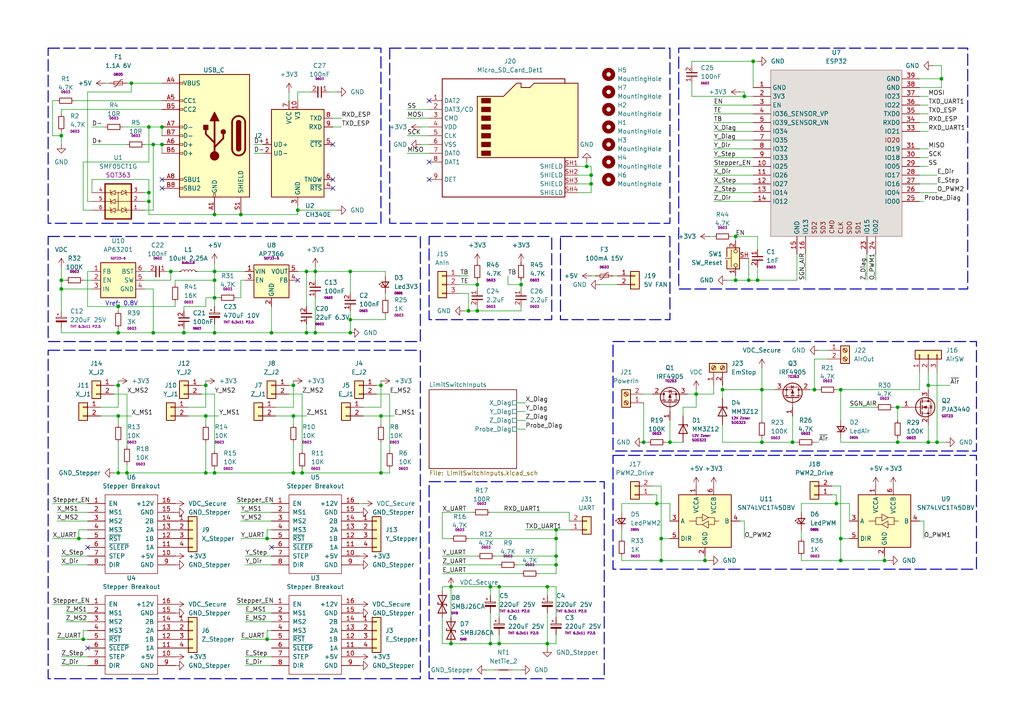
<source format=kicad_sch>
(kicad_sch (version 20250114) (generator "eeschema") (generator_version "9.0")
  (paper "A4")
  (title_block (title "HYB_ESPA") (date "2025-04-20") (rev "V_0.1") (company "hasankara.info"))
  (rectangle (start 124.46 139.7) (end 175.26 196.85) (stroke (width 0.3) (type dash)))
  (rectangle (start 113.03 13.97) (end 194.31 64.77) (stroke (width 0.3) (type dash)))
  (rectangle (start 177.8 99.06) (end 283.21 130.81) (stroke (width 0.3) (type dash)))
  (rectangle (start 177.8 132.08) (end 283.21 165.1) (stroke (width 0.3) (type dash)))
  (rectangle (start 13.97 68.58) (end 121.92 99.06) (stroke (width 0.3) (type dash)))
  (rectangle (start 124.46 68.58) (end 160.02 92.71) (stroke (width 0.3) (type dash)))
  (rectangle (start 13.97 101.6) (end 121.92 196.85) (stroke (width 0.3) (type dash)))
  (rectangle (start 196.85 13.97) (end 280.67 83.82) (stroke (width 0.3) (type dash)))
  (rectangle (start 162.56 68.58) (end 194.31 92.71) (stroke (width 0.3) (type dash)))
  (rectangle (start 13.97 13.97) (end 110.49 64.77) (stroke (width 0.3) (type dash)))
  (text "Vref: 0.8V" (at 30.48 88.9 0) (effects (font (size 1.27 1.27)) (justify left bottom)))
  (junction (at 85.09 137.16))
  (junction (at 34.29 137.16))
  (junction (at 217.17 81.28))
  (junction (at 242.57 146.05))
  (junction (at 161.29 156.21))
  (junction (at 171.45 53.34))
  (junction (at 130.81 186.69))
  (junction (at 260.35 118.11))
  (junction (at 17.78 83.82))
  (junction (at 88.9 78.74))
  (junction (at 91.44 96.52))
  (junction (at 62.23 86.36))
  (junction (at 151.13 82.55))
  (junction (at 34.29 96.52))
  (junction (at 243.84 113.03))
  (junction (at 34.29 88.9))
  (junction (at 24.13 185.42))
  (junction (at 256.54 162.56))
  (junction (at 34.29 120.65))
  (junction (at 36.83 137.16))
  (junction (at 101.6 92.71))
  (junction (at 218.44 17.78))
  (junction (at 186.69 128.27))
  (junction (at 88.9 96.52))
  (junction (at 201.93 114.3))
  (junction (at 158.75 186.69))
  (junction (at 138.43 82.55))
  (junction (at 158.75 170.18))
  (junction (at 34.29 111.76))
  (junction (at 44.45 96.52))
  (junction (at 62.23 78.74))
  (junction (at 44.45 41.91))
  (junction (at 78.74 96.52))
  (junction (at 243.84 156.21))
  (junction (at 38.1 24.13))
  (junction (at 59.69 137.16))
  (junction (at 62.23 81.28))
  (junction (at 271.78 128.27))
  (junction (at 219.71 81.28))
  (junction (at 220.98 128.27))
  (junction (at 135.89 90.17))
  (junction (at 62.23 137.16))
  (junction (at 220.98 113.03))
  (junction (at 213.36 68.58))
  (junction (at 138.43 90.17))
  (junction (at 49.53 78.74))
  (junction (at 213.36 81.28))
  (junction (at 22.86 156.21))
  (junction (at 260.35 128.27))
  (junction (at 101.6 96.52))
  (junction (at 191.77 162.56))
  (junction (at 191.77 156.21))
  (junction (at 171.45 50.8))
  (junction (at 59.69 120.65))
  (junction (at 17.78 39.37))
  (junction (at 87.63 137.16))
  (junction (at 59.69 111.76))
  (junction (at 161.29 163.83))
  (junction (at 269.24 111.76))
  (junction (at 110.49 120.65))
  (junction (at 130.81 170.18))
  (junction (at 194.31 128.27))
  (junction (at 209.55 113.03))
  (junction (at 46.99 36.83))
  (junction (at 142.24 186.69))
  (junction (at 62.23 62.23))
  (junction (at 77.47 156.21))
  (junction (at 46.99 41.91))
  (junction (at 215.9 27.94))
  (junction (at 170.18 48.26))
  (junction (at 142.24 170.18))
  (junction (at 43.18 55.88))
  (junction (at 43.18 58.42))
  (junction (at 86.36 60.96))
  (junction (at 101.6 78.74))
  (junction (at 204.47 162.56))
  (junction (at 69.85 62.23))
  (junction (at 85.09 111.76))
  (junction (at 243.84 162.56))
  (junction (at 161.29 153.67))
  (junction (at 144.78 186.69))
  (junction (at 43.18 36.83))
  (junction (at 91.44 78.74))
  (junction (at 229.87 128.27))
  (junction (at 236.22 113.03))
  (junction (at 77.47 185.42))
  (junction (at 85.09 120.65))
  (junction (at 53.34 96.52))
  (junction (at 17.78 81.28))
  (junction (at 110.49 137.16))
  (junction (at 190.5 146.05))
  (junction (at 62.23 96.52))
  (junction (at 273.05 22.86))
  (junction (at 161.29 161.29))
  (junction (at 110.49 111.76))
  (junction (at 144.78 170.18))
  (junction (at 269.24 128.27))
  (no_connect (at 78.74 158.75))
  (no_connect (at 124.46 29.21))
  (no_connect (at 25.4 158.75))
  (no_connect (at 46.99 54.61))
  (no_connect (at 124.46 52.07))
  (no_connect (at 86.36 81.28))
  (no_connect (at 96.52 54.61))
  (no_connect (at 46.99 52.07))
  (no_connect (at 25.4 187.96))
  (no_connect (at 96.52 52.07))
  (no_connect (at 124.46 46.99))
  (no_connect (at 96.52 41.91))
  (wire (pts (xy 204.47 162.56) (xy 204.47 161.29)))
  (wire (pts (xy 201.93 118.11) (xy 198.12 118.11)))
  (wire (pts (xy 26.67 36.83) (xy 30.48 36.83)))
  (wire (pts (xy 194.31 146.05) (xy 194.31 151.13)))
  (wire (pts (xy 88.9 96.52) (xy 91.44 96.52)))
  (wire (pts (xy 71.12 177.8) (xy 78.74 177.8)))
  (wire (pts (xy 34.29 88.9) (xy 50.8 88.9)))
  (wire (pts (xy 41.91 81.28) (xy 49.53 81.28)))
  (wire (pts (xy 17.78 90.17) (xy 17.78 83.82)))
  (wire (pts (xy 118.11 34.29) (xy 124.46 34.29)))
  (wire (pts (xy 158.75 177.8) (xy 158.75 186.69)))
  (wire (pts (xy 50.8 82.55) (xy 50.8 81.28)))
  (wire (pts (xy 71.12 190.5) (xy 78.74 190.5)))
  (wire (pts (xy 57.15 78.74) (xy 62.23 78.74)))
  (wire (pts (xy 44.45 60.96) (xy 44.45 41.91)))
  (wire (pts (xy 186.69 114.3) (xy 189.23 114.3)))
  (wire (pts (xy 110.49 120.65) (xy 110.49 123.19)))
  (wire (pts (xy 44.45 41.91) (xy 46.99 41.91)))
  (wire (pts (xy 207.01 114.3) (xy 201.93 114.3)))
  (wire (pts (xy 269.24 123.19) (xy 269.24 128.27)))
  (wire (pts (xy 161.29 161.29) (xy 161.29 163.83)))
  (wire (pts (xy 113.03 137.16) (xy 113.03 135.89)))
  (wire (pts (xy 170.18 48.26) (xy 171.45 48.26)))
  (wire (pts (xy 232.41 156.21) (xy 232.41 153.67)))
  (wire (pts (xy 16.51 151.13) (xy 25.4 151.13)))
  (wire (pts (xy 62.23 137.16) (xy 85.09 137.16)))
  (wire (pts (xy 251.46 73.66) (xy 251.46 81.28)))
  (wire (pts (xy 85.09 118.11) (xy 85.09 111.76)))
  (wire (pts (xy 78.74 96.52) (xy 88.9 96.52)))
  (wire (pts (xy 241.3 143.51) (xy 242.57 143.51)))
  (wire (pts (xy 29.21 120.65) (xy 34.29 120.65)))
  (wire (pts (xy 232.41 146.05) (xy 242.57 146.05)))
  (wire (pts (xy 130.81 170.18) (xy 142.24 170.18)))
  (wire (pts (xy 243.84 127) (xy 243.84 128.27)))
  (wire (pts (xy 77.47 185.42) (xy 78.74 185.42)))
  (wire (pts (xy 128.27 186.69) (xy 130.81 186.69)))
  (wire (pts (xy 167.64 48.26) (xy 170.18 48.26)))
  (wire (pts (xy 59.69 86.36) (xy 62.23 86.36)))
  (wire (pts (xy 111.76 86.36) (xy 111.76 85.09)))
  (wire (pts (xy 152.4 119.38) (xy 149.86 119.38)))
  (wire (pts (xy 138.43 88.9) (xy 138.43 90.17)))
  (wire (pts (xy 62.23 62.23) (xy 69.85 62.23)))
  (wire (pts (xy 269.24 128.27) (xy 271.78 128.27)))
  (wire (pts (xy 43.18 36.83) (xy 46.99 36.83)))
  (wire (pts (xy 217.17 81.28) (xy 213.36 81.28)))
  (wire (pts (xy 207.01 50.8) (xy 218.44 50.8)))
  (wire (pts (xy 25.4 88.9) (xy 34.29 88.9)))
  (wire (pts (xy 219.71 77.47) (xy 219.71 81.28)))
  (wire (pts (xy 217.17 74.93) (xy 217.17 81.28)))
  (wire (pts (xy 135.89 85.09) (xy 135.89 90.17)))
  (wire (pts (xy 218.44 38.1) (xy 207.01 38.1)))
  (wire (pts (xy 269.24 43.18) (xy 266.7 43.18)))
  (wire (pts (xy 21.59 29.21) (xy 46.99 29.21)))
  (wire (pts (xy 200.66 24.13) (xy 200.66 27.94)))
  (wire (pts (xy 62.23 86.36) (xy 62.23 88.9)))
  (wire (pts (xy 142.24 170.18) (xy 144.78 170.18)))
  (wire (pts (xy 167.64 53.34) (xy 171.45 53.34)))
  (wire (pts (xy 241.3 140.97) (xy 243.84 140.97)))
  (wire (pts (xy 267.97 156.21) (xy 267.97 151.13)))
  (wire (pts (xy 17.78 193.04) (xy 25.4 193.04)))
  (wire (pts (xy 87.63 137.16) (xy 110.49 137.16)))
  (wire (pts (xy 34.29 96.52) (xy 44.45 96.52)))
  (wire (pts (xy 118.11 31.75) (xy 124.46 31.75)))
  (wire (pts (xy 71.12 163.83) (xy 78.74 163.83)))
  (wire (pts (xy 88.9 78.74) (xy 91.44 78.74)))
  (wire (pts (xy 200.66 17.78) (xy 218.44 17.78)))
  (wire (pts (xy 219.71 81.28) (xy 217.17 81.28)))
  (wire (pts (xy 133.35 85.09) (xy 135.89 85.09)))
  (wire (pts (xy 218.44 45.72) (xy 207.01 45.72)))
  (wire (pts (xy 128.27 163.83) (xy 144.78 163.83)))
  (wire (pts (xy 243.84 113.03) (xy 266.7 113.03)))
  (wire (pts (xy 34.29 120.65) (xy 34.29 123.19)))
  (wire (pts (xy 44.45 83.82) (xy 44.45 96.52)))
  (wire (pts (xy 50.8 87.63) (xy 50.8 88.9)))
  (wire (pts (xy 97.79 26.67) (xy 95.25 26.67)))
  (wire (pts (xy 41.91 60.96) (xy 44.45 60.96)))
  (wire (pts (xy 171.45 80.01) (xy 172.72 80.01)))
  (wire (pts (xy 201.93 113.03) (xy 201.93 114.3)))
  (wire (pts (xy 101.6 90.17) (xy 101.6 92.71)))
  (wire (pts (xy 246.38 146.05) (xy 246.38 151.13)))
  (wire (pts (xy 25.4 182.88) (xy 24.13 182.88)))
  (wire (pts (xy 143.51 161.29) (xy 161.29 161.29)))
  (wire (pts (xy 165.1 151.13) (xy 165.1 148.59)))
  (wire (pts (xy 34.29 95.25) (xy 34.29 96.52)))
  (wire (pts (xy 191.77 162.56) (xy 204.47 162.56)))
  (wire (pts (xy 86.36 78.74) (xy 88.9 78.74)))
  (wire (pts (xy 161.29 153.67) (xy 165.1 153.67)))
  (wire (pts (xy 77.47 156.21) (xy 78.74 156.21)))
  (wire (pts (xy 19.05 81.28) (xy 17.78 81.28)))
  (wire (pts (xy 138.43 90.17) (xy 151.13 90.17)))
  (wire (pts (xy 101.6 78.74) (xy 111.76 78.74)))
  (wire (pts (xy 34.29 88.9) (xy 34.29 90.17)))
  (wire (pts (xy 271.78 128.27) (xy 274.32 128.27)))
  (wire (pts (xy 69.85 86.36) (xy 69.85 81.28)))
  (wire (pts (xy 220.98 106.68) (xy 220.98 113.03)))
  (wire (pts (xy 130.81 170.18) (xy 130.81 179.07)))
  (wire (pts (xy 43.18 52.07) (xy 43.18 55.88)))
  (wire (pts (xy 43.18 55.88) (xy 41.91 55.88)))
  (wire (pts (xy 209.55 123.19) (xy 209.55 128.27)))
  (wire (pts (xy 17.78 31.75) (xy 17.78 33.02)))
  (wire (pts (xy 259.08 118.11) (xy 260.35 118.11)))
  (wire (pts (xy 171.45 50.8) (xy 171.45 53.34)))
  (wire (pts (xy 99.06 36.83) (xy 96.52 36.83)))
  (wire (pts (xy 86.36 60.96) (xy 86.36 59.69)))
  (wire (pts (xy 205.74 162.56) (xy 204.47 162.56)))
  (wire (pts (xy 46.99 41.91) (xy 46.99 44.45)))
  (wire (pts (xy 53.34 95.25) (xy 53.34 96.52)))
  (wire (pts (xy 62.23 96.52) (xy 78.74 96.52)))
  (wire (pts (xy 243.84 156.21) (xy 246.38 156.21)))
  (wire (pts (xy 24.13 46.99) (xy 43.18 46.99)))
  (wire (pts (xy 69.85 156.21) (xy 77.47 156.21)))
  (wire (pts (xy 161.29 170.18) (xy 158.75 170.18)))
  (wire (pts (xy 26.67 60.96) (xy 24.13 60.96)))
  (wire (pts (xy 58.42 111.76) (xy 59.69 111.76)))
  (wire (pts (xy 24.13 185.42) (xy 25.4 185.42)))
  (wire (pts (xy 101.6 92.71) (xy 111.76 92.71)))
  (wire (pts (xy 213.36 68.58) (xy 219.71 68.58)))
  (wire (pts (xy 237.49 113.03) (xy 236.22 113.03)))
  (wire (pts (xy 231.14 81.28) (xy 231.14 73.66)))
  (wire (pts (xy 78.74 182.88) (xy 77.47 182.88)))
  (wire (pts (xy 198.12 118.11) (xy 198.12 120.65)))
  (wire (pts (xy 49.53 78.74) (xy 52.07 78.74)))
  (wire (pts (xy 50.8 81.28) (xy 62.23 81.28)))
  (wire (pts (xy 161.29 179.07) (xy 161.29 170.18)))
  (wire (pts (xy 180.34 153.67) (xy 180.34 156.21)))
  (wire (pts (xy 218.44 35.56) (xy 207.01 35.56)))
  (wire (pts (xy 135.89 156.21) (xy 161.29 156.21)))
  (wire (pts (xy 69.85 148.59) (xy 78.74 148.59)))
  (wire (pts (xy 229.87 120.65) (xy 229.87 128.27)))
  (wire (pts (xy 62.23 93.98) (xy 62.23 96.52)))
  (wire (pts (xy 34.29 137.16) (xy 36.83 137.16)))
  (wire (pts (xy 269.24 45.72) (xy 266.7 45.72)))
  (wire (pts (xy 25.4 58.42) (xy 25.4 26.67)))
  (wire (pts (xy 19.05 180.34) (xy 25.4 180.34)))
  (wire (pts (xy 85.09 120.65) (xy 85.09 123.19)))
  (wire (pts (xy 201.93 118.11) (xy 201.93 114.3)))
  (wire (pts (xy 121.92 36.83) (xy 124.46 36.83)))
  (wire (pts (xy 26.67 58.42) (xy 25.4 58.42)))
  (wire (pts (xy 167.64 55.88) (xy 171.45 55.88)))
  (wire (pts (xy 242.57 143.51) (xy 242.57 146.05)))
  (wire (pts (xy 213.36 68.58) (xy 213.36 69.85)))
  (wire (pts (xy 63.5 86.36) (xy 62.23 86.36)))
  (wire (pts (xy 209.55 128.27) (xy 220.98 128.27)))
  (wire (pts (xy 254 81.28) (xy 254 73.66)))
  (wire (pts (xy 59.69 137.16) (xy 62.23 137.16)))
  (wire (pts (xy 191.77 156.21) (xy 194.31 156.21)))
  (wire (pts (xy 25.4 153.67) (xy 22.86 153.67)))
  (wire (pts (xy 147.32 82.55) (xy 151.13 82.55)))
  (wire (pts (xy 91.44 86.36) (xy 91.44 96.52)))
  (wire (pts (xy 180.34 162.56) (xy 191.77 162.56)))
  (wire (pts (xy 220.98 113.03) (xy 224.79 113.03)))
  (wire (pts (xy 15.24 175.26) (xy 25.4 175.26)))
  (wire (pts (xy 68.58 175.26) (xy 78.74 175.26)))
  (wire (pts (xy 271.78 50.8) (xy 266.7 50.8)))
  (wire (pts (xy 59.69 120.65) (xy 59.69 123.19)))
  (wire (pts (xy 22.86 153.67) (xy 22.86 156.21)))
  (wire (pts (xy 69.85 185.42) (xy 77.47 185.42)))
  (wire (pts (xy 128.27 170.18) (xy 130.81 170.18)))
  (wire (pts (xy 17.78 95.25) (xy 17.78 96.52)))
  (wire (pts (xy 271.78 53.34) (xy 266.7 53.34)))
  (wire (pts (xy 105.41 120.65) (xy 110.49 120.65)))
  (wire (pts (xy 62.23 78.74) (xy 71.12 78.74)))
  (wire (pts (xy 43.18 62.23) (xy 62.23 62.23)))
  (wire (pts (xy 237.49 101.6) (xy 240.03 101.6)))
  (wire (pts (xy 243.84 113.03) (xy 243.84 121.92)))
  (wire (pts (xy 215.9 27.94) (xy 218.44 27.94)))
  (wire (pts (xy 36.83 137.16) (xy 59.69 137.16)))
  (wire (pts (xy 29.21 118.11) (xy 34.29 118.11)))
  (wire (pts (xy 69.85 151.13) (xy 78.74 151.13)))
  (wire (pts (xy 35.56 36.83) (xy 43.18 36.83)))
  (wire (pts (xy 110.49 128.27) (xy 110.49 137.16)))
  (wire (pts (xy 151.13 90.17) (xy 151.13 88.9)))
  (wire (pts (xy 194.31 128.27) (xy 194.31 121.92)))
  (wire (pts (xy 121.92 41.91) (xy 124.46 41.91)))
  (wire (pts (xy 62.23 114.3) (xy 62.23 130.81)))
  (wire (pts (xy 220.98 113.03) (xy 220.98 121.92)))
  (wire (pts (xy 273.05 22.86) (xy 266.7 22.86)))
  (wire (pts (xy 269.24 33.02) (xy 266.7 33.02)))
  (wire (pts (xy 38.1 24.13) (xy 46.99 24.13)))
  (wire (pts (xy 91.44 77.47) (xy 91.44 78.74)))
  (wire (pts (xy 243.84 128.27) (xy 260.35 128.27)))
  (wire (pts (xy 144.78 179.07) (xy 144.78 170.18)))
  (wire (pts (xy 85.09 137.16) (xy 87.63 137.16)))
  (wire (pts (xy 256.54 162.56) (xy 256.54 161.29)))
  (wire (pts (xy 63.5 120.65) (xy 59.69 120.65)))
  (wire (pts (xy 87.63 135.89) (xy 87.63 137.16)))
  (wire (pts (xy 148.59 194.31) (xy 151.13 194.31)))
  (wire (pts (xy 233.68 73.66) (xy 233.68 81.28)))
  (wire (pts (xy 273.05 22.86) (xy 273.05 25.4)))
  (wire (pts (xy 24.13 46.99) (xy 24.13 60.96)))
  (wire (pts (xy 97.79 60.96) (xy 86.36 60.96)))
  (wire (pts (xy 128.27 156.21) (xy 128.27 148.59)))
  (wire (pts (xy 242.57 146.05) (xy 246.38 146.05)))
  (wire (pts (xy 128.27 148.59) (xy 137.16 148.59)))
  (wire (pts (xy 218.44 33.02) (xy 207.01 33.02)))
  (wire (pts (xy 218.44 17.78) (xy 218.44 25.4)))
  (wire (pts (xy 269.24 111.76) (xy 269.24 113.03)))
  (wire (pts (xy 16.51 185.42) (xy 24.13 185.42)))
  (wire (pts (xy 220.98 128.27) (xy 220.98 127)))
  (wire (pts (xy 234.95 113.03) (xy 236.22 113.03)))
  (wire (pts (xy 215.9 156.21) (xy 215.9 151.13)))
  (wire (pts (xy 180.34 146.05) (xy 180.34 148.59)))
  (wire (pts (xy 25.4 26.67) (xy 38.1 26.67)))
  (wire (pts (xy 269.24 48.26) (xy 266.7 48.26)))
  (wire (pts (xy 73.66 44.45) (xy 76.2 44.45)))
  (wire (pts (xy 128.27 161.29) (xy 138.43 161.29)))
  (wire (pts (xy 201.93 114.3) (xy 199.39 114.3)))
  (wire (pts (xy 200.66 19.05) (xy 200.66 17.78)))
  (wire (pts (xy 17.78 96.52) (xy 34.29 96.52)))
  (wire (pts (xy 266.7 38.1) (xy 269.24 38.1)))
  (wire (pts (xy 171.45 50.8) (xy 167.64 50.8)))
  (wire (pts (xy 218.44 40.64) (xy 207.01 40.64)))
  (wire (pts (xy 144.78 186.69) (xy 158.75 186.69)))
  (wire (pts (xy 99.06 34.29) (xy 96.52 34.29)))
  (wire (pts (xy 43.18 46.99) (xy 43.18 36.83)))
  (wire (pts (xy 101.6 85.09) (xy 101.6 78.74)))
  (wire (pts (xy 207.01 68.58) (xy 205.74 68.58)))
  (wire (pts (xy 243.84 156.21) (xy 243.84 162.56)))
  (wire (pts (xy 34.29 118.11) (xy 34.29 111.76)))
  (wire (pts (xy 53.34 88.9) (xy 59.69 88.9)))
  (wire (pts (xy 186.69 128.27) (xy 186.69 116.84)))
  (wire (pts (xy 71.12 161.29) (xy 78.74 161.29)))
  (wire (pts (xy 41.91 41.91) (xy 44.45 41.91)))
  (wire (pts (xy 59.69 118.11) (xy 59.69 111.76)))
  (wire (pts (xy 190.5 146.05) (xy 194.31 146.05)))
  (wire (pts (xy 232.41 161.29) (xy 232.41 162.56)))
  (wire (pts (xy 38.1 26.67) (xy 38.1 24.13)))
  (wire (pts (xy 171.45 50.8) (xy 171.45 48.26)))
  (wire (pts (xy 187.96 128.27) (xy 186.69 128.27)))
  (wire (pts (xy 15.24 29.21) (xy 16.51 29.21)))
  (wire (pts (xy 53.34 96.52) (xy 62.23 96.52)))
  (wire (pts (xy 142.24 172.72) (xy 142.24 170.18)))
  (wire (pts (xy 17.78 190.5) (xy 25.4 190.5)))
  (wire (pts (xy 161.29 163.83) (xy 161.29 166.37)))
  (wire (pts (xy 275.59 111.76) (xy 269.24 111.76)))
  (wire (pts (xy 54.61 118.11) (xy 59.69 118.11)))
  (wire (pts (xy 83.82 26.67) (xy 83.82 29.21)))
  (wire (pts (xy 144.78 170.18) (xy 158.75 170.18)))
  (wire (pts (xy 110.49 137.16) (xy 113.03 137.16)))
  (wire (pts (xy 193.04 128.27) (xy 194.31 128.27)))
  (wire (pts (xy 138.43 82.55) (xy 138.43 83.82)))
  (wire (pts (xy 86.36 62.23) (xy 86.36 60.96)))
  (wire (pts (xy 156.21 166.37) (xy 161.29 166.37)))
  (wire (pts (xy 151.13 81.28) (xy 151.13 82.55)))
  (wire (pts (xy 113.03 114.3) (xy 113.03 130.81)))
  (wire (pts (xy 118.11 44.45) (xy 124.46 44.45)))
  (wire (pts (xy 68.58 86.36) (xy 69.85 86.36)))
  (wire (pts (xy 135.89 80.01) (xy 133.35 80.01)))
  (wire (pts (xy 33.02 111.76) (xy 34.29 111.76)))
  (wire (pts (xy 46.99 36.83) (xy 46.99 39.37)))
  (wire (pts (xy 212.09 68.58) (xy 213.36 68.58)))
  (wire (pts (xy 190.5 143.51) (xy 190.5 146.05)))
  (wire (pts (xy 189.23 143.51) (xy 190.5 143.51)))
  (wire (pts (xy 236.22 104.14) (xy 236.22 113.03)))
  (wire (pts (xy 109.22 114.3) (xy 113.03 114.3)))
  (wire (pts (xy 271.78 55.88) (xy 266.7 55.88)))
  (wire (pts (xy 229.87 128.27) (xy 231.14 128.27)))
  (wire (pts (xy 219.71 72.39) (xy 219.71 68.58)))
  (wire (pts (xy 105.41 118.11) (xy 110.49 118.11)))
  (wire (pts (xy 142.24 148.59) (xy 165.1 148.59)))
  (wire (pts (xy 91.44 78.74) (xy 91.44 81.28)))
  (wire (pts (xy 236.22 104.14) (xy 240.03 104.14)))
  (wire (pts (xy 140.97 194.31) (xy 143.51 194.31)))
  (wire (pts (xy 130.81 156.21) (xy 128.27 156.21)))
  (wire (pts (xy 34.29 110.49) (xy 34.29 111.76)))
  (wire (pts (xy 273.05 19.05) (xy 273.05 22.86)))
  (wire (pts (xy 260.35 121.92) (xy 260.35 118.11)))
  (wire (pts (xy 161.29 156.21) (xy 161.29 161.29)))
  (wire (pts (xy 19.05 177.8) (xy 25.4 177.8)))
  (wire (pts (xy 128.27 179.07) (xy 128.27 186.69)))
  (wire (pts (xy 26.67 55.88) (xy 26.67 52.07)))
  (wire (pts (xy 257.81 162.56) (xy 256.54 162.56)))
  (wire (pts (xy 151.13 82.55) (xy 151.13 83.82)))
  (wire (pts (xy 191.77 140.97) (xy 191.77 156.21)))
  (wire (pts (xy 246.38 118.11) (xy 254 118.11)))
  (wire (pts (xy 62.23 86.36) (xy 62.23 81.28)))
  (wire (pts (xy 134.62 90.17) (xy 135.89 90.17)))
  (wire (pts (xy 215.9 26.67) (xy 215.9 27.94)))
  (wire (pts (xy 158.75 187.96) (xy 158.75 186.69)))
  (wire (pts (xy 17.78 31.75) (xy 46.99 31.75)))
  (wire (pts (xy 83.82 111.76) (xy 85.09 111.76)))
  (wire (pts (xy 62.23 76.2) (xy 62.23 78.74)))
  (wire (pts (xy 15.24 146.05) (xy 25.4 146.05)))
  (wire (pts (xy 36.83 134.62) (xy 36.83 137.16)))
  (wire (pts (xy 218.44 43.18) (xy 207.01 43.18)))
  (wire (pts (xy 17.78 81.28) (xy 17.78 83.82)))
  (wire (pts (xy 30.48 24.13) (xy 31.75 24.13)))
  (wire (pts (xy 152.4 124.46) (xy 149.86 124.46)))
  (wire (pts (xy 101.6 92.71) (xy 101.6 96.52)))
  (wire (pts (xy 44.45 83.82) (xy 41.91 83.82)))
  (wire (pts (xy 232.41 146.05) (xy 232.41 148.59)))
  (wire (pts (xy 36.83 24.13) (xy 38.1 24.13)))
  (wire (pts (xy 209.55 113.03) (xy 220.98 113.03)))
  (wire (pts (xy 209.55 113.03) (xy 209.55 115.57)))
  (wire (pts (xy 152.4 121.92) (xy 149.86 121.92)))
  (wire (pts (xy 85.09 110.49) (xy 85.09 111.76)))
  (wire (pts (xy 43.18 55.88) (xy 43.18 58.42)))
  (wire (pts (xy 177.8 80.01) (xy 179.07 80.01)))
  (wire (pts (xy 17.78 161.29) (xy 25.4 161.29)))
  (wire (pts (xy 68.58 146.05) (xy 78.74 146.05)))
  (wire (pts (xy 17.78 39.37) (xy 17.78 41.91)))
  (wire (pts (xy 17.78 163.83) (xy 25.4 163.83)))
  (wire (pts (xy 33.02 137.16) (xy 34.29 137.16)))
  (wire (pts (xy 191.77 156.21) (xy 191.77 162.56)))
  (wire (pts (xy 218.44 58.42) (xy 207.01 58.42)))
  (wire (pts (xy 77.47 153.67) (xy 77.47 156.21)))
  (wire (pts (xy 78.74 88.9) (xy 78.74 96.52)))
  (wire (pts (xy 207.01 111.76) (xy 207.01 114.3)))
  (wire (pts (xy 242.57 113.03) (xy 243.84 113.03)))
  (wire (pts (xy 109.22 111.76) (xy 110.49 111.76)))
  (wire (pts (xy 62.23 81.28) (xy 62.23 78.74)))
  (wire (pts (xy 24.13 182.88) (xy 24.13 185.42)))
  (wire (pts (xy 260.35 127) (xy 260.35 128.27)))
  (wire (pts (xy 210.82 81.28) (xy 213.36 81.28)))
  (wire (pts (xy 213.36 81.28) (xy 213.36 80.01)))
  (wire (pts (xy 180.34 146.05) (xy 190.5 146.05)))
  (wire (pts (xy 266.7 30.48) (xy 269.24 30.48)))
  (wire (pts (xy 110.49 120.65) (xy 114.3 120.65)))
  (wire (pts (xy 198.12 128.27) (xy 194.31 128.27)))
  (wire (pts (xy 215.9 151.13) (xy 214.63 151.13)))
  (wire (pts (xy 69.85 62.23) (xy 86.36 62.23)))
  (wire (pts (xy 135.89 90.17) (xy 138.43 90.17)))
  (wire (pts (xy 88.9 93.98) (xy 88.9 96.52)))
  (wire (pts (xy 59.69 88.9) (xy 59.69 86.36)))
  (wire (pts (xy 41.91 78.74) (xy 43.18 78.74)))
  (wire (pts (xy 218.44 55.88) (xy 207.01 55.88)))
  (wire (pts (xy 77.47 182.88) (xy 77.47 185.42)))
  (wire (pts (xy 118.11 39.37) (xy 124.46 39.37)))
  (wire (pts (xy 86.36 29.21) (xy 86.36 26.67)))
  (wire (pts (xy 271.78 107.95) (xy 271.78 128.27)))
  (wire (pts (xy 243.84 162.56) (xy 256.54 162.56)))
  (wire (pts (xy 48.26 78.74) (xy 49.53 78.74)))
  (wire (pts (xy 142.24 186.69) (xy 144.78 186.69)))
  (wire (pts (xy 110.49 118.11) (xy 110.49 111.76)))
  (wire (pts (xy 73.66 41.91) (xy 76.2 41.91)))
  (wire (pts (xy 207.01 48.26) (xy 218.44 48.26)))
  (wire (pts (xy 209.55 111.76) (xy 209.55 113.03)))
  (wire (pts (xy 130.81 186.69) (xy 142.24 186.69)))
  (wire (pts (xy 243.84 140.97) (xy 243.84 156.21)))
  (wire (pts (xy 138.43 81.28) (xy 138.43 82.55)))
  (wire (pts (xy 142.24 177.8) (xy 142.24 186.69)))
  (wire (pts (xy 86.36 26.67) (xy 90.17 26.67)))
  (wire (pts (xy 41.91 58.42) (xy 43.18 58.42)))
  (wire (pts (xy 180.34 162.56) (xy 180.34 161.29)))
  (wire (pts (xy 49.53 78.74) (xy 49.53 81.28)))
  (wire (pts (xy 34.29 128.27) (xy 34.29 137.16)))
  (wire (pts (xy 15.24 39.37) (xy 17.78 39.37)))
  (wire (pts (xy 152.4 153.67) (xy 161.29 153.67)))
  (wire (pts (xy 219.71 17.78) (xy 218.44 17.78)))
  (wire (pts (xy 173.99 82.55) (xy 179.07 82.55)))
  (wire (pts (xy 267.97 58.42) (xy 266.7 58.42)))
  (wire (pts (xy 128.27 171.45) (xy 128.27 170.18)))
  (wire (pts (xy 54.61 120.65) (xy 59.69 120.65)))
  (wire (pts (xy 111.76 92.71) (xy 111.76 91.44)))
  (wire (pts (xy 270.51 19.05) (xy 273.05 19.05)))
  (wire (pts (xy 260.35 128.27) (xy 269.24 128.27)))
  (wire (pts (xy 17.78 39.37) (xy 17.78 38.1)))
  (wire (pts (xy 59.69 128.27) (xy 59.69 137.16)))
  (wire (pts (xy 26.67 52.07) (xy 43.18 52.07)))
  (wire (pts (xy 80.01 118.11) (xy 85.09 118.11)))
  (wire (pts (xy 273.05 25.4) (xy 266.7 25.4)))
  (wire (pts (xy 200.66 27.94) (xy 215.9 27.94)))
  (wire (pts (xy 171.45 53.34) (xy 171.45 55.88)))
  (wire (pts (xy 59.69 110.49) (xy 59.69 111.76)))
  (wire (pts (xy 69.85 81.28) (xy 71.12 81.28)))
  (wire (pts (xy 133.35 82.55) (xy 138.43 82.55)))
  (wire (pts (xy 17.78 77.47) (xy 17.78 81.28)))
  (wire (pts (xy 22.86 156.21) (xy 25.4 156.21)))
  (wire (pts (xy 207.01 30.48) (xy 218.44 30.48)))
  (wire (pts (xy 219.71 81.28) (xy 231.14 81.28)))
  (wire (pts (xy 15.24 156.21) (xy 22.86 156.21)))
  (wire (pts (xy 88.9 78.74) (xy 88.9 88.9)))
  (wire (pts (xy 220.98 128.27) (xy 229.87 128.27)))
  (wire (pts (xy 80.01 120.65) (xy 85.09 120.65)))
  (wire (pts (xy 189.23 140.97) (xy 191.77 140.97)))
  (wire (pts (xy 16.51 148.59) (xy 25.4 148.59)))
  (wire (pts (xy 53.34 90.17) (xy 53.34 88.9)))
  (wire (pts (xy 36.83 114.3) (xy 36.83 129.54)))
  (wire (pts (xy 149.86 163.83) (xy 161.29 163.83)))
  (wire (pts (xy 128.27 166.37) (xy 151.13 166.37)))
  (wire (pts (xy 87.63 114.3) (xy 87.63 130.81)))
  (wire (pts (xy 214.63 26.67) (xy 215.9 26.67)))
  (wire (pts (xy 62.23 135.89) (xy 62.23 137.16)))
  (wire (pts (xy 88.9 120.65) (xy 85.09 120.65)))
  (wire (pts (xy 161.29 153.67) (xy 161.29 156.21)))
  (wire (pts (xy 266.7 107.95) (xy 266.7 113.03)))
  (wire (pts (xy 34.29 120.65) (xy 38.1 120.65)))
  (wire (pts (xy 236.22 128.27) (xy 237.49 128.27)))
  (wire (pts (xy 269.24 35.56) (xy 266.7 35.56)))
  (wire (pts (xy 158.75 186.69) (xy 161.29 186.69)))
  (wire (pts (xy 85.09 128.27) (xy 85.09 137.16)))
  (wire (pts (xy 17.78 83.82) (xy 26.67 83.82)))
  (wire (pts (xy 101.6 78.74) (xy 91.44 78.74)))
  (wire (pts (xy 58.42 114.3) (xy 62.23 114.3)))
  (wire (pts (xy 232.41 162.56) (xy 243.84 162.56)))
  (wire (pts (xy 44.45 96.52) (xy 53.34 96.52)))
  (wire (pts (xy 25.4 78.74) (xy 25.4 88.9)))
  (wire (pts (xy 269.24 107.95) (xy 269.24 111.76)))
  (wire (pts (xy 26.67 41.91) (xy 36.83 41.91)))
  (wire (pts (xy 161.29 186.69) (xy 161.29 184.15)))
  (wire (pts (xy 111.76 78.74) (xy 111.76 80.01)))
  (wire (pts (xy 105.41 146.05) (xy 104.14 146.05)))
  (wire (pts (xy 43.18 62.23) (xy 43.18 58.42)))
  (wire (pts (xy 24.13 81.28) (xy 26.67 81.28)))
  (wire (pts (xy 170.18 48.26) (xy 170.18 46.99)))
  (wire (pts (xy 158.75 170.18) (xy 158.75 172.72)))
  (wire (pts (xy 33.02 114.3) (xy 36.83 114.3)))
  (wire (pts (xy 260.35 118.11) (xy 261.62 118.11)))
  (wire (pts (xy 110.49 110.49) (xy 110.49 111.76)))
  (wire (pts (xy 71.12 193.04) (xy 78.74 193.04)))
  (wire (pts (xy 144.78 186.69) (xy 144.78 184.15)))
  (wire (pts (xy 25.4 78.74) (xy 26.67 78.74)))
  (wire (pts (xy 267.97 151.13) (xy 266.7 151.13)))
  (wire (pts (xy 83.82 114.3) (xy 87.63 114.3)))
  (wire (pts (xy 71.12 180.34) (xy 78.74 180.34)))
  (wire (pts (xy 78.74 153.67) (xy 77.47 153.67)))
  (wire (pts (xy 218.44 53.34) (xy 207.01 53.34)))
  (wire (pts (xy 91.44 96.52) (xy 101.6 96.52)))
  (wire (pts (xy 269.24 27.94) (xy 266.7 27.94)))
  (wire (pts (xy 152.4 116.84) (xy 149.86 116.84)))
  (wire (pts (xy 147.32 80.01) (xy 147.32 82.55)))
  (wire (pts (xy 15.24 29.21) (xy 15.24 39.37)))
  (label "EN" (at 213.36 68.58 0))
  (label "SGN_AIR" (at 246.38 118.11 0))
  (label "TE" (at 135.89 82.55 180))
  (label "~{Air}" (at 237.49 128.27 0))
  (label "X_Dir" (at 207.01 50.8 0))
  (label "E_UART" (at 69.85 185.42 0))
  (label "SS" (at 118.11 31.75 0))
  (label "RXD_UART1" (at 146.05 148.59 0))
  (label "Probe_Diag" (at 267.97 58.42 0))
  (label "Z_MS2" (at 87.63 114.3 0))
  (label "D-" (at 26.67 36.83 0))
  (label "Stepper_EN" (at 68.58 146.05 0))
  (label "E_Step" (at 271.78 53.34 0))
  (label "Z_Step" (at 17.78 190.5 0))
  (label "D+" (at 26.67 41.91 0))
  (label "E_UART" (at 128.27 166.37 0))
  (label "Y_Dir" (at 71.12 163.83 0))
  (label "X_UART" (at 128.27 148.59 0))
  (label "TXD_UART1" (at 269.24 30.48 0))
  (label "Y_Dir" (at 207.01 43.18 0))
  (label "SGN_AIR" (at 233.68 81.28 90))
  (label "MOSI" (at 269.24 27.94 0))
  (label "O_PWM1" (at 254 81.28 90))
  (label "Stepper_EN" (at 68.58 175.26 0))
  (label "Y_MS1" (at 69.85 148.59 0))
  (label "X_Diag" (at 207.01 38.1 0))
  (label "Probe_Diag" (at 152.4 124.46 0))
  (label "Z_UART" (at 128.27 163.83 0))
  (label "TXD_ESP" (at 99.06 36.83 0))
  (label "X_Diag" (at 152.4 116.84 0))
  (label "Z_MS1" (at 88.9 120.65 0))
  (label "RXD_UART1" (at 269.24 38.1 0))
  (label "EN" (at 207.01 30.48 0))
  (label "Z_Dir" (at 17.78 193.04 0))
  (label "E_MS2" (at 71.12 180.34 0))
  (label "E_Dir" (at 71.12 193.04 0))
  (label "X_Step" (at 17.78 161.29 0))
  (label "RXD_ESP" (at 99.06 34.29 0))
  (label "MISO" (at 269.24 43.18 0))
  (label "O_PWM1" (at 267.97 156.21 0))
  (label "TB" (at 135.89 80.01 180))
  (label "Y_MS1" (at 63.5 120.65 0))
  (label "Y_MS2" (at 62.23 114.3 0))
  (label "Stepper_EN" (at 15.24 146.05 0))
  (label "X_Step" (at 207.01 53.34 0))
  (label "TXD_ESP" (at 269.24 33.02 0))
  (label "TB" (at 207.01 35.56 0))
  (label "X_Dir" (at 17.78 163.83 0))
  (label "MISO" (at 118.11 44.45 0))
  (label "D-" (at 73.66 44.45 0))
  (label "Z_Diag" (at 251.46 81.28 90))
  (label "X_MS1" (at 38.1 120.65 0))
  (label "~{Air}" (at 275.59 111.76 0))
  (label "E_Step" (at 71.12 190.5 0))
  (label "Z_Diag" (at 152.4 121.92 0))
  (label "Z_Dir" (at 207.01 58.42 0))
  (label "RXD_ESP" (at 269.24 35.56 0))
  (label "X_MS2" (at 16.51 151.13 0))
  (label "SCK" (at 118.11 39.37 0))
  (label "E_Dir" (at 271.78 50.8 0))
  (label "Y_Step" (at 71.12 161.29 0))
  (label "E_MS1" (at 71.12 177.8 0))
  (label "Y_Diag" (at 152.4 119.38 0))
  (label "TB" (at 147.32 80.01 0))
  (label "Y_UART" (at 69.85 156.21 0))
  (label "D+" (at 73.66 41.91 0))
  (label "SCK" (at 269.24 45.72 0))
  (label "TXD_UART1" (at 152.4 153.67 0))
  (label "X_UART" (at 15.24 156.21 0))
  (label "Z_MS2" (at 19.05 180.34 0))
  (label "TE" (at 207.01 33.02 0))
  (label "Y_MS2" (at 69.85 151.13 0))
  (label "X_MS2" (at 36.83 114.3 0))
  (label "MOSI" (at 118.11 34.29 0))
  (label "Stepper_EN" (at 207.01 48.26 0))
  (label "E_MS1" (at 114.3 120.65 0))
  (label "X_MS1" (at 16.51 148.59 0))
  (label "O_PWM2" (at 271.78 55.88 0))
  (label "O_PWM2" (at 215.9 156.21 0))
  (label "Z_UART" (at 16.51 185.42 0))
  (label "Y_Step" (at 207.01 45.72 0))
  (label "Y_UART" (at 128.27 161.29 0))
  (label "E_MS2" (at 113.03 114.3 0))
  (label "Z_Step" (at 207.01 55.88 0))
  (label "Z_MS1" (at 19.05 177.8 0))
  (label "Y_Diag" (at 207.01 40.64 0))
  (label "SS" (at 269.24 48.26 0))
  (label "Stepper_EN" (at 15.24 175.26 0))
  (symbol (lib_id "Library:Conn_01x02") (at 53.34 111.76 0) (mirror y) (unit 1)
    (property "Reference" "J12" (at 53.34 105.41 0))
    (property "Value" "Y_J2" (at 53.34 107.95 0))
    (property "Footprint" "Library:PinHeader_1x02_P2.54mm_Vertical_1L" (effects (hide yes)))
    (property "Description" "Generic connector, single row, 01x02, script generated (kicad-library-utils/schlib/autogen/connector/)" (effects (hide yes)))
    (property "Part Number" "DS1069-2MVW6X" (effects (hide yes)))
    (property "Part Link" "https://ozdisan.com/Product/Detail/347994/DS1069-2MVW6X" (effects (hide yes)))
    (property "Price" "0.01" (effects (hide yes)))
  )
  (symbol (lib_id "Library:MountingHole") (at 176.53 36.83 0) (unit 1) (in_bom no)
    (property "Reference" "H1" (at 179.07 35.5599 0) (effects (justify left)))
    (property "Value" "MountingHole" (at 179.07 38.0999 0) (effects (justify left)))
    (property "Footprint" "Library:MountingHole_3.2mm_M3_DIN965_SmallPad" (effects (hide yes)))
    (property "Description" "Mounting Hole without connection" (effects (hide yes)))
  )
  (symbol (lib_id "Library:R_0603_4.7K%1") (at 256.54 118.11 270) (unit 1)
    (property "Reference" "R30" (at 256.54 111.76 90))
    (property "Value" "4.7K" (at 256.54 114.3 90))
    (property "Footprint" "Resistor_SMD:R_0603_1608Metric" (effects (hide yes)))
    (property "Description" "RES.(1608) 0603 4.7K Ohms 1% 1/10W 100PPM SMT" (effects (hide yes)))
    (property "Pad" "0603" (at 256.54 115.57 90) (effects (font (size 0.7 0.7))))
    (property "Part Link" "https://ozdisan.com/Product/Detail/494590/RC0603FR-074K7L" (effects (hide yes)))
    (property "Part Number" "RC0603FR-074K7L" (effects (hide yes)))
    (property "Price" "0.0018" (effects (hide yes)))
  )
  (symbol (lib_id "power:GND") (at 186.69 128.27 270) (unit 1)
    (property "Reference" "#PWR062" (effects (hide yes)))
    (property "Value" "GND" (at 182.88 128.2699 90) (effects (justify right)))
    (property "Description" "Power symbol creates a global label with name \"GND\" , ground" (effects (hide yes)))
  )
  (symbol (lib_id "Library:CP_Rad_D6.3mm_H11.0mm_P2.50mm_470uF_10V_105C_1000HRS") (at 62.23 91.44 0) (unit 1)
    (property "Reference" "C23" (at 64.77 88.9888 0) (effects (justify left)))
    (property "Value" "470uF 10V" (at 64.77 91.5288 0) (effects (justify left)))
    (property "Footprint" "Library:CP_Radial_D6.3mm_H11.0mm_P2.50mm" (effects (hide yes)))
    (property "Datasheet" "Datasheet" (effects (hide yes)))
    (property "Description" "Polarized capacitor, small symbol" (effects (hide yes)))
    (property "Part Number" "PKLH-010V471ME110-T2.5" (effects (hide yes)))
    (property "Part Link" "https://ozdisan.com/Product/Detail/1046555/PKLH-010V471ME110-T2-5" (effects (hide yes)))
    (property "Price" "0.05" (effects (hide yes)))
    (property "Pad" "THT 6.3x11 P2.5" (at 64.77 93.4339 0) (effects (font (size 0.7 0.7)) (justify left)))
  )
  (symbol (lib_id "power:+3V3") (at 110.49 110.49 270) (unit 1)
    (property "Reference" "#PWR037" (effects (hide yes)))
    (property "Value" "+3V3" (at 114.3 110.4899 90) (effects (justify left)))
    (property "Description" "Power symbol creates a global label with name \"+3V3\"" (effects (hide yes)))
  )
  (symbol (lib_id "power:GND") (at 17.78 41.91 0) (unit 1)
    (property "Reference" "#PWR053" (effects (hide yes)))
    (property "Value" "GND" (at 17.78 46.99 0))
    (property "Description" "Power symbol creates a global label with name \"GND\" , ground" (effects (hide yes)))
  )
  (symbol (lib_id "Library:CP_Rad_D6.3mm_H11.0mm_P2.50mm_220uF_25V_105C_2000HRS") (at 158.75 175.26 0) (unit 1)
    (property "Reference" "C4" (at 161.29 172.8088 0) (effects (justify left)))
    (property "Value" "220uF 25V" (at 161.29 175.3488 0) (effects (justify left)))
    (property "Footprint" "Library:CP_Radial_D6.3mm_H11.0mm_P2.50mm" (effects (hide yes)))
    (property "Datasheet" "Datasheet" (effects (hide yes)))
    (property "Description" "Polarized capacitor, small symbol" (effects (hide yes)))
    (property "Part Number" "TMP221M1EE11M" (effects (hide yes)))
    (property "Part Link" "https://ozdisan.com/Product/Detail/404352/TMP221M1EE11M" (effects (hide yes)))
    (property "Price" "0.06" (effects (hide yes)))
    (property "Pad" "THT 6.3x11 P2.5" (at 161.29 177.2539 0) (effects (font (size 0.7 0.7)) (justify left)))
  )
  (symbol (lib_id "power:GND") (at 50.8 177.8 90) (unit 1)
    (property "Reference" "#PWR0110" (effects (hide yes)))
    (property "Value" "GND_Stepper" (at 54.61 177.7999 90) (effects (justify right)))
    (property "Description" "Power symbol creates a global label with name \"GND\" , ground" (effects (hide yes)))
  )
  (symbol (lib_id "Library:R_0603_10R%1") (at 39.37 41.91 90) (unit 1)
    (property "Reference" "R5" (at 39.37 35.56 90))
    (property "Value" "10R" (at 39.37 38.1 90))
    (property "Footprint" "Resistor_SMD:R_0603_1608Metric" (effects (hide yes)))
    (property "Description" "Resistor, small symbol" (effects (hide yes)))
    (property "Part Link" "https://ozdisan.com/Product/Detail/587941/CQ03SAF100JT5E" (effects (hide yes)))
    (property "Part Number" "CQ03SAF100JT5E" (effects (hide yes)))
    (property "Price" "0.002" (effects (hide yes)))
    (property "Pad" "0603" (at 39.37 39.37 90) (effects (font (size 0.7 0.7))))
  )
  (symbol (lib_id "Library:R_0603_4.7K%1") (at 233.68 128.27 270) (unit 1)
    (property "Reference" "R26" (at 233.68 121.92 90))
    (property "Value" "4.7K" (at 233.68 124.46 90))
    (property "Footprint" "Resistor_SMD:R_0603_1608Metric" (effects (hide yes)))
    (property "Description" "RES.(1608) 0603 4.7K Ohms 1% 1/10W 100PPM SMT" (effects (hide yes)))
    (property "Pad" "0603" (at 233.68 125.73 90) (effects (font (size 0.7 0.7))))
    (property "Part Link" "https://ozdisan.com/Product/Detail/494590/RC0603FR-074K7L" (effects (hide yes)))
    (property "Part Number" "RC0603FR-074K7L" (effects (hide yes)))
    (property "Price" "0.0018" (effects (hide yes)))
  )
  (symbol (lib_id "Library:MountingHole") (at 176.53 41.91 0) (unit 1) (in_bom no)
    (property "Reference" "H3" (at 179.07 40.6399 0) (effects (justify left)))
    (property "Value" "MountingHole" (at 179.07 43.1799 0) (effects (justify left)))
    (property "Footprint" "Library:MountingHole_3.2mm_M3_DIN965_SmallPad" (effects (hide yes)))
    (property "Description" "Mounting Hole without connection" (effects (hide yes)))
  )
  (symbol (lib_id "Library:LED_0805_White_HL-PSC-2012H233W-HF4") (at 180.34 151.13 90) (unit 1)
    (property "Reference" "D5" (at 182.88 149.1614 90) (effects (justify right)))
    (property "Value" "LedPWM2" (at 182.88 151.7014 90) (effects (justify right)))
    (property "Footprint" "Library:LED_0805_2012Metric-s" (effects (hide yes)))
    (property "Description" "Light emitting diode, small symbol" (effects (hide yes)))
    (property "Part Link" "https://ozdisan.com/Product/Detail/490003/HL-PSC-2012H233W-HF4" (effects (hide yes)))
    (property "Part Number" "HL-PSC-2012H233W-HF4" (effects (hide yes)))
    (property "Price" "0.024" (effects (hide yes)))
    (property "Pad" "0805" (at 182.88 153.6065 90) (effects (font (size 0.635 0.635)) (justify right)))
  )
  (symbol (lib_id "power:GND") (at 50.8 193.04 90) (unit 1)
    (property "Reference" "#PWR0115" (effects (hide yes)))
    (property "Value" "GND_Stepper" (at 54.61 193.0399 90) (effects (justify right)))
    (property "Description" "Power symbol creates a global label with name \"GND\" , ground" (effects (hide yes)))
  )
  (symbol (lib_id "Library:R_0603_1K%1") (at 111.76 88.9 0) (unit 1)
    (property "Reference" "R25" (at 114.3 86.9949 0) (effects (justify left)))
    (property "Value" "1K" (at 114.3 89.5349 0) (effects (justify left)))
    (property "Footprint" "Resistor_SMD:R_0603_1608Metric" (effects (hide yes)))
    (property "Description" "Resistor, small symbol" (effects (hide yes)))
    (property "Part Link" "https://ozdisan.com/Product/Detail/341789/0603SAF1001T5E" (effects (hide yes)))
    (property "Part Number" "0603SAF1001T5E" (effects (hide yes)))
    (property "Price" "0.0015" (effects (hide yes)))
    (property "Pad" "0603" (at 114.3 91.44 0) (effects (font (size 0.7 0.7)) (justify left)))
  )
  (symbol (lib_id "Library:Stepper Breakout") (at 83.82 146.05 0) (unit 1)
    (property "Reference" "U5" (at 91.44 138.43 0))
    (property "Value" "Stepper Breakout" (at 91.44 140.97 0))
    (property "Footprint" "Library:Pololu_Breakout-16_15.2x20.3mm_TMC" (effects (hide yes)))
    (property "Part Number" "MSK.STP.01.000018" (effects (hide yes)))
    (property "Part Link" "https://www.motorobit.com/tmc2209-v20-step-motor-surucusu" (effects (hide yes)))
    (property "Price" "6.4" (effects (hide yes)))
  )
  (symbol (lib_id "Library:Conn_01x02") (at 74.93 118.11 0) (mirror y) (unit 1)
    (property "Reference" "J7" (at 74.93 111.76 0))
    (property "Value" "Z_J1" (at 74.93 114.3 0))
    (property "Footprint" "Library:PinHeader_1x02_P2.54mm_Vertical_1L" (effects (hide yes)))
    (property "Description" "Generic connector, single row, 01x02, script generated (kicad-library-utils/schlib/autogen/connector/)" (effects (hide yes)))
    (property "Part Number" "DS1069-2MVW6X" (effects (hide yes)))
    (property "Part Link" "https://ozdisan.com/Product/Detail/347994/DS1069-2MVW6X" (effects (hide yes)))
    (property "Price" "0.01" (effects (hide yes)))
  )
  (symbol (lib_id "power:GND") (at 50.8 163.83 90) (unit 1)
    (property "Reference" "#PWR0113" (effects (hide yes)))
    (property "Value" "GND_Stepper" (at 54.61 163.8299 90) (effects (justify right)))
    (property "Description" "Power symbol creates a global label with name \"GND\" , ground" (effects (hide yes)))
  )
  (symbol (lib_id "Library:Screw_Terminal_01x02_3.5") (at 245.11 101.6 0) (unit 1)
    (property "Reference" "J22" (at 247.65 101.5999 0) (effects (justify left)))
    (property "Value" "AirOut" (at 247.65 104.1399 0) (effects (justify left)))
    (property "Footprint" "Library:TerminalBlock_Phoenix_PT-1,5-2-3.5-H_1x02_P3.50mm_Horizontal" (effects (hide yes)))
    (property "Description" "Generic screw terminal, single row, 01x02, script generated (kicad-library-utils/schlib/autogen/connector/)" (effects (hide yes)))
    (property "Part Number" "15EDGVC-3.5-02P-12-00AH" (effects (hide yes)))
    (property "Part Link" "https://ozdisan.com/Product/Detail/707708/15EDGVC-3-5-02P-12-00AH" (effects (hide yes)))
    (property "Price" "0.1" (effects (hide yes)))
  )
  (symbol (lib_id "Library:R_0603_1K%1") (at 180.34 158.75 0) (unit 1)
    (property "Reference" "R33" (at 182.88 156.8449 0) (effects (justify left)))
    (property "Value" "1K" (at 182.88 159.3849 0) (effects (justify left)))
    (property "Footprint" "Resistor_SMD:R_0603_1608Metric" (effects (hide yes)))
    (property "Description" "Resistor, small symbol" (effects (hide yes)))
    (property "Part Link" "https://ozdisan.com/Product/Detail/341789/0603SAF1001T5E" (effects (hide yes)))
    (property "Part Number" "0603SAF1001T5E" (effects (hide yes)))
    (property "Price" "0.0015" (effects (hide yes)))
    (property "Pad" "0603" (at 182.88 161.29 0) (effects (font (size 0.7 0.7)) (justify left)))
  )
  (symbol (lib_id "power:GND") (at 257.81 162.56 90) (unit 1)
    (property "Reference" "#PWR0118" (effects (hide yes)))
    (property "Value" "GND" (at 261.62 162.5599 90) (effects (justify right)))
    (property "Description" "Power symbol creates a global label with name \"GND\" , ground" (effects (hide yes)))
  )
  (symbol (lib_id "power:+5V") (at 62.23 76.2 0) (unit 1)
    (property "Reference" "#PWR052" (effects (hide yes)))
    (property "Value" "+5V" (at 62.23 71.12 0))
    (property "Description" "Power symbol creates a global label with name \"+5V\"" (effects (hide yes)))
  )
  (symbol (lib_id "power:VDC") (at 50.8 175.26 270) (unit 1)
    (property "Reference" "#PWR019" (effects (hide yes)))
    (property "Value" "VDC_Secure" (at 54.61 175.2599 90) (effects (justify left)))
    (property "Description" "Power symbol creates a global label with name \"VDC\"" (effects (hide yes)))
  )
  (symbol (lib_id "Library:MountingHole") (at 176.53 31.75 0) (unit 1) (in_bom no)
    (property "Reference" "H2" (at 179.07 30.4799 0) (effects (justify left)))
    (property "Value" "MountingHole" (at 179.07 33.0199 0) (effects (justify left)))
    (property "Footprint" "Library:MountingHole_3.2mm_M3_DIN965_SmallPad" (effects (hide yes)))
    (property "Description" "Mounting Hole without connection" (effects (hide yes)))
  )
  (symbol (lib_id "power:+3V3") (at 104.14 190.5 270) (unit 1)
    (property "Reference" "#PWR08" (effects (hide yes)))
    (property "Value" "+3V3" (at 107.95 190.4999 90) (effects (justify left)))
    (property "Description" "Power symbol creates a global label with name \"+3V3\"" (effects (hide yes)))
  )
  (symbol (lib_id "Library:C_0603_100nF_50V_X7R") (at 53.34 92.71 180) (unit 1)
    (property "Reference" "C21" (at 55.88 90.7985 0) (effects (justify right)))
    (property "Value" "100nF" (at 55.88 93.3385 0) (effects (justify right)))
    (property "Footprint" "Library:C_0603_1608Metric_SlimPad" (effects (hide yes)))
    (property "Datasheet" "Datasheet" (effects (hide yes)))
    (property "Description" "Unpolarized capacitor, small symbol" (effects (hide yes)))
    (property "Pad" "0603" (at 55.88 95.2436 0) (effects (font (size 0.635 0.635)) (justify right)))
    (property "Part Link" "https://ozdisan.com/Product/Detail/476015/CC0603KRX7R9BB104" (effects (hide yes)))
    (property "Part Number" "CC0603KRX7R9BB104" (effects (hide yes)))
    (property "Price" "0.006" (effects (hide yes)))
  )
  (symbol (lib_id "Library:R_0603_10K%1") (at 87.63 133.35 0) (unit 1)
    (property "Reference" "R11" (at 90.17 131.4449 0) (effects (justify left)))
    (property "Value" "10K" (at 90.17 133.9849 0) (effects (justify left)))
    (property "Footprint" "Resistor_SMD:R_0603_1608Metric" (effects (hide yes)))
    (property "Description" "Resistor, small symbol" (effects (hide yes)))
    (property "Pad" "0603" (at 90.17 135.89 0) (effects (font (size 0.7 0.7)) (justify left)))
    (property "Part Link" "https://ozdisan.com/Product/Detail/341790/0603SAF1002T5E" (effects (hide yes)))
    (property "Part Number" "0603SAF1002T5E" (effects (hide yes)))
    (property "Price" "0.0015" (effects (hide yes)))
  )
  (symbol (lib_id "Library:Stepper Breakout") (at 30.48 146.05 0) (unit 1)
    (property "Reference" "U6" (at 38.1 138.43 0))
    (property "Value" "Stepper Breakout" (at 38.1 140.97 0))
    (property "Footprint" "Library:Pololu_Breakout-16_15.2x20.3mm_TMC" (effects (hide yes)))
    (property "Part Number" "MSK.STP.01.000018" (effects (hide yes)))
    (property "Part Link" "https://www.motorobit.com/tmc2209-v20-step-motor-surucusu" (effects (hide yes)))
    (property "Price" "6.4" (effects (hide yes)))
  )
  (symbol (lib_id "power:GND") (at 104.14 163.83 90) (unit 1)
    (property "Reference" "#PWR0114" (effects (hide yes)))
    (property "Value" "GND_Stepper" (at 107.95 163.8299 90) (effects (justify right)))
    (property "Description" "Power symbol creates a global label with name \"GND\" , ground" (effects (hide yes)))
  )
  (symbol (lib_id "power:+3V3") (at 104.14 161.29 270) (unit 1)
    (property "Reference" "#PWR06" (effects (hide yes)))
    (property "Value" "+3V3" (at 107.95 161.2899 90) (effects (justify left)))
    (property "Description" "Power symbol creates a global label with name \"+3V3\"" (effects (hide yes)))
  )
  (symbol (lib_id "power:GND") (at 104.14 177.8 90) (unit 1)
    (property "Reference" "#PWR0111" (effects (hide yes)))
    (property "Value" "GND_Stepper" (at 107.95 177.7999 90) (effects (justify right)))
    (property "Description" "Power symbol creates a global label with name \"GND\" , ground" (effects (hide yes)))
  )
  (symbol (lib_id "power:GND") (at 50.8 148.59 90) (unit 1)
    (property "Reference" "#PWR0108" (effects (hide yes)))
    (property "Value" "GND_Stepper" (at 54.61 148.5899 90) (effects (justify right)))
    (property "Description" "Power symbol creates a global label with name \"GND\" , ground" (effects (hide yes)))
  )
  (symbol (lib_id "Library:Polyfuse_0805_1.1A_6V") (at 34.29 24.13 90) (unit 1)
    (property "Reference" "F1" (at 34.29 16.51 90))
    (property "Value" "1.1A 6V" (at 34.29 19.05 90))
    (property "Footprint" "Library:Fuse_0805_2012Metric" (effects (hide yes)))
    (property "Description" "THERMISTOR PTC RESETTABLE FUSE 0805 1.1A 6V SMT" (effects (hide yes)))
    (property "Part Link" "https://ozdisan.com/Product/Detail/490835/KLM2S110RY" (effects (hide yes)))
    (property "Part Number" "KLM2S110RY" (effects (hide yes)))
    (property "Price" "0.085" (effects (hide yes)))
    (property "Pad" "0805" (at 34.29 21.59 90) (effects (font (size 0.7 0.7))))
  )
  (symbol (lib_id "power:VDC") (at 201.93 113.03 0) (unit 1)
    (property "Reference" "#PWR010" (effects (hide yes)))
    (property "Value" "VDC" (at 201.93 107.95 0))
    (property "Description" "Power symbol creates a global label with name \"VDC\"" (effects (hide yes)))
  )
  (symbol (lib_id "power:GND") (at 270.51 19.05 270) (unit 1)
    (property "Reference" "#PWR03" (effects (hide yes)))
    (property "Value" "GND" (at 266.7 19.0499 90) (effects (justify right)))
    (property "Description" "Power symbol creates a global label with name \"GND\" , ground" (effects (hide yes)))
  )
  (symbol (lib_id "Library:C_0603_100nF_50V_X7R") (at 45.72 78.74 270) (unit 1)
    (property "Reference" "C22" (at 45.7136 71.12 90))
    (property "Value" "100nF" (at 45.7136 73.66 90))
    (property "Footprint" "Library:C_0603_1608Metric_SlimPad" (effects (hide yes)))
    (property "Datasheet" "Datasheet" (effects (hide yes)))
    (property "Description" "Unpolarized capacitor, small symbol" (effects (hide yes)))
    (property "Pad" "0603" (at 45.7136 74.93 90) (effects (font (size 0.635 0.635))))
    (property "Part Link" "https://ozdisan.com/Product/Detail/476015/CC0603KRX7R9BB104" (effects (hide yes)))
    (property "Part Number" "CC0603KRX7R9BB104" (effects (hide yes)))
    (property "Price" "0.006" (effects (hide yes)))
  )
  (symbol (lib_id "Library:R_0603_4.7K%1") (at 138.43 78.74 180) (unit 1)
    (property "Reference" "R46" (at 140.97 76.8349 0) (effects (justify right)))
    (property "Value" "4.7K" (at 140.97 79.3749 0) (effects (justify right)))
    (property "Footprint" "Resistor_SMD:R_0603_1608Metric" (effects (hide yes)))
    (property "Description" "RES.(1608) 0603 4.7K Ohms 1% 1/10W 100PPM SMT" (effects (hide yes)))
    (property "Pad" "0603" (at 140.97 81.28 0) (effects (font (size 0.7 0.7)) (justify right)))
    (property "Part Link" "https://ozdisan.com/Product/Detail/494590/RC0603FR-074K7L" (effects (hide yes)))
    (property "Part Number" "RC0603FR-074K7L" (effects (hide yes)))
    (property "Price" "0.0018" (effects (hide yes)))
  )
  (symbol (lib_id "Library:C_0603_100nF_50V_X7R") (at 91.44 83.82 180) (unit 1)
    (property "Reference" "C13" (at 93.98 81.9085 0) (effects (justify right)))
    (property "Value" "100nF" (at 93.98 84.4485 0) (effects (justify right)))
    (property "Footprint" "Library:C_0603_1608Metric_SlimPad" (effects (hide yes)))
    (property "Datasheet" "Datasheet" (effects (hide yes)))
    (property "Description" "Unpolarized capacitor, small symbol" (effects (hide yes)))
    (property "Pad" "0603" (at 93.98 86.3536 0) (effects (font (size 0.635 0.635)) (justify right)))
    (property "Part Link" "https://ozdisan.com/Product/Detail/476015/CC0603KRX7R9BB104" (effects (hide yes)))
    (property "Part Number" "CC0603KRX7R9BB104" (effects (hide yes)))
    (property "Price" "0.006" (effects (hide yes)))
  )
  (symbol (lib_id "power:+3V3") (at 50.8 161.29 270) (unit 1)
    (property "Reference" "#PWR05" (effects (hide yes)))
    (property "Value" "+3V3" (at 54.61 161.2899 90) (effects (justify left)))
    (property "Description" "Power symbol creates a global label with name \"+3V3\"" (effects (hide yes)))
  )
  (symbol (lib_id "Library:LED_0805_White_HL-PSC-2012H233W-HF4") (at 232.41 151.13 90) (unit 1)
    (property "Reference" "D6" (at 234.95 149.1614 90) (effects (justify right)))
    (property "Value" "LedPWM" (at 234.95 151.7014 90) (effects (justify right)))
    (property "Footprint" "Library:LED_0805_2012Metric-s" (effects (hide yes)))
    (property "Description" "Light emitting diode, small symbol" (effects (hide yes)))
    (property "Part Link" "https://ozdisan.com/Product/Detail/490003/HL-PSC-2012H233W-HF4" (effects (hide yes)))
    (property "Part Number" "HL-PSC-2012H233W-HF4" (effects (hide yes)))
    (property "Price" "0.024" (effects (hide yes)))
    (property "Pad" "0805" (at 234.95 153.6065 90) (effects (font (size 0.635 0.635)) (justify right)))
  )
  (symbol (lib_id "Library:Polyfuse_0603_100mA_15V") (at 175.26 80.01 90) (unit 1)
    (property "Reference" "F3" (at 175.26 72.39 90))
    (property "Value" "100mA 15V" (at 175.26 74.93 90))
    (property "Footprint" "Library:Fuse_0603_1608Metric" (effects (hide yes)))
    (property "Description" "THERMISTOR PTC RESETTABLE FUSE 0603 100mA 15V" (effects (hide yes)))
    (property "Part Link" "https://ozdisan.com/Product/Detail/470708/FSMD010-0603-R" (effects (hide yes)))
    (property "Part Number" "FSMD010-0603-R" (effects (hide yes)))
    (property "Price" "0.1" (effects (hide yes)))
    (property "Pad" "0603" (at 175.26 77.47 90) (effects (font (size 0.7 0.7))))
  )
  (symbol (lib_id "Library:C_0603_22uF_6.3V_X5R") (at 88.9 91.44 180) (unit 1)
    (property "Reference" "C20" (at 91.44 89.5285 0) (effects (justify right)))
    (property "Value" "22uF 6.3V" (at 91.44 92.0685 0) (effects (justify right)))
    (property "Footprint" "Capacitor_SMD:C_0603_1608Metric" (effects (hide yes)))
    (property "Datasheet" "Datasheet" (effects (hide yes)))
    (property "Description" "Unpolarized capacitor, small symbol" (effects (hide yes)))
    (property "Pad" "0603" (at 91.44 93.9736 0) (effects (font (size 0.635 0.635)) (justify right)))
    (property "Part Link" "https://ozdisan.com/Product/Detail/431703/CL10A226MQ8NRNC" (effects (hide yes)))
    (property "Part Number" "CL10A226MQ8NRNC" (effects (hide yes)))
    (property "Price" "0.038" (effects (hide yes)))
  )
  (symbol (lib_id "power:GND") (at 170.18 46.99 0) (mirror x) (unit 1)
    (property "Reference" "#PWR0107" (effects (hide yes)))
    (property "Value" "GND" (at 170.18 41.91 0))
    (property "Description" "Power symbol creates a global label with name \"GND\" , ground" (effects (hide yes)))
  )
  (symbol (lib_id "Library:CP_Rad_D6.3mm_H11.0mm_P2.50mm_220uF_25V_105C_2000HRS") (at 161.29 181.61 0) (unit 1)
    (property "Reference" "C3" (at 163.83 179.1588 0) (effects (justify left)))
    (property "Value" "220uF 25V" (at 163.83 181.6988 0) (effects (justify left)))
    (property "Footprint" "Library:CP_Radial_D6.3mm_H11.0mm_P2.50mm" (effects (hide yes)))
    (property "Datasheet" "Datasheet" (effects (hide yes)))
    (property "Description" "Polarized capacitor, small symbol" (effects (hide yes)))
    (property "Part Number" "TMP221M1EE11M" (effects (hide yes)))
    (property "Part Link" "https://ozdisan.com/Product/Detail/404352/TMP221M1EE11M" (effects (hide yes)))
    (property "Price" "0.06" (effects (hide yes)))
    (property "Pad" "THT 6.3x11 P2.5" (at 163.83 183.6039 0) (effects (font (size 0.7 0.7)) (justify left)))
  )
  (symbol (lib_id "Library:R_0603_100K%1") (at 220.98 124.46 0) (unit 1)
    (property "Reference" "R23" (at 223.52 122.5549 0) (effects (justify left)))
    (property "Value" "100K" (at 223.52 125.0949 0) (effects (justify left)))
    (property "Footprint" "Resistor_SMD:R_0603_1608Metric" (effects (hide yes)))
    (property "Description" "Resistor, small symbol" (effects (hide yes)))
    (property "Pad" "0603" (at 223.52 127 0) (effects (font (size 0.7 0.7)) (justify left)))
    (property "Part Link" "https://ozdisan.com/Product/Detail/339374/0603SAF1003T5E" (effects (hide yes)))
    (property "Part Number" "0603SAF1003T5E" (effects (hide yes)))
    (property "Price" "0.0015" (effects (hide yes)))
  )
  (symbol (lib_id "power:+3V3") (at 259.08 140.97 0) (unit 1)
    (property "Reference" "#PWR032" (effects (hide yes)))
    (property "Value" "+3V3" (at 259.08 135.89 0))
    (property "Description" "Power symbol creates a global label with name \"+3V3\"" (effects (hide yes)))
  )
  (symbol (lib_id "Library:CP_Rad_D6.3mm_H11.0mm_P2.50mm_220uF_25V_105C_2000HRS") (at 144.78 181.61 0) (unit 1)
    (property "Reference" "C6" (at 147.32 179.1588 0) (effects (justify left)))
    (property "Value" "220uF 25V" (at 147.32 181.6988 0) (effects (justify left)))
    (property "Footprint" "Library:CP_Radial_D6.3mm_H11.0mm_P2.50mm" (effects (hide yes)))
    (property "Datasheet" "Datasheet" (effects (hide yes)))
    (property "Description" "Polarized capacitor, small symbol" (effects (hide yes)))
    (property "Part Number" "TMP221M1EE11M" (effects (hide yes)))
    (property "Part Link" "https://ozdisan.com/Product/Detail/404352/TMP221M1EE11M" (effects (hide yes)))
    (property "Price" "0.06" (effects (hide yes)))
    (property "Pad" "THT 6.3x11 P2.5" (at 147.32 183.6039 0) (effects (font (size 0.7 0.7)) (justify left)))
  )
  (symbol (lib_id "power:GND") (at 173.99 82.55 270) (unit 1)
    (property "Reference" "#PWR057" (effects (hide yes)))
    (property "Value" "GND" (at 170.18 82.5499 90) (effects (justify right)))
    (property "Description" "Power symbol creates a global label with name \"GND\" , ground" (effects (hide yes)))
  )
  (symbol (lib_id "Library:C_0603_100nF_50V_X7R") (at 200.66 21.59 180) (unit 1)
    (property "Reference" "C25" (at 203.2 19.6785 0) (effects (justify right)))
    (property "Value" "100nF" (at 203.2 22.2185 0) (effects (justify right)))
    (property "Footprint" "Library:C_0603_1608Metric_SlimPad" (effects (hide yes)))
    (property "Datasheet" "Datasheet" (effects (hide yes)))
    (property "Description" "Unpolarized capacitor, small symbol" (effects (hide yes)))
    (property "Pad" "0603" (at 203.2 24.1236 0) (effects (font (size 0.635 0.635)) (justify right)))
    (property "Part Link" "https://ozdisan.com/Product/Detail/476015/CC0603KRX7R9BB104" (effects (hide yes)))
    (property "Part Number" "CC0603KRX7R9BB104" (effects (hide yes)))
    (property "Price" "0.006" (effects (hide yes)))
  )
  (symbol (lib_id "Library:IRF4905_TO263") (at 194.31 116.84 270) (mirror x) (unit 1)
    (property "Reference" "Q1" (at 194.31 106.68 90))
    (property "Value" "IRF4905" (at 194.31 109.22 90))
    (property "Footprint" "Library:TO-263-2-S" (effects (hide yes)))
    (property "Datasheet" "Datasheet" (effects (hide yes)))
    (property "Description" "55V Vds, 42A Id, P-Channel MOSFET, TO263 170W  61ns 20m Ohms -55°C~+150°C" (effects (hide yes)))
    (property "Part Number" "IRF4905STRLPBF" (effects (hide yes)))
    (property "Part Link" "https://ozdisan.com/Product/Detail/612241/IRF4905STRLPBF" (effects (hide yes)))
    (property "Price" "1.3" (effects (hide yes)))
    (property "Pad" " TO263" (at 194.31 110.49 90) (effects (font (size 0.7 0.7))))
  )
  (symbol (lib_id "Library:MountingHole") (at 176.53 21.59 0) (unit 1) (in_bom no)
    (property "Reference" "H5" (at 179.07 20.3199 0) (effects (justify left)))
    (property "Value" "MountingHole" (at 179.07 22.8599 0) (effects (justify left)))
    (property "Footprint" "Library:MountingHole_3.2mm_M3_DIN965_SmallPad" (effects (hide yes)))
    (property "Description" "Mounting Hole without connection" (effects (hide yes)))
  )
  (symbol (lib_id "Library:D_SMBJ26CA-HT") (at 128.27 175.26 270) (unit 1)
    (property "Reference" "D8" (at 130.81 173.3549 90) (effects (justify left)))
    (property "Value" "SMBJ26CA" (at 130.81 175.8949 90) (effects (justify left)))
    (property "Footprint" "Library:D_SMB_SmallPad" (effects (hide yes)))
    (property "Datasheet" "Datasheet" (effects (hide yes)))
    (property "Description" "DIODE TVS 600W 26V DO214AA SMB" (effects (hide yes)))
    (property "Part Link" "https://ozdisan.com/Product/Detail/503708/SMBJ26CA-HT" (effects (hide yes)))
    (property "Part Number" "SMBJ26CA-HT" (effects (hide yes)))
    (property "Price" "0.1" (effects (hide yes)))
    (property "Pad" "SMB" (at 130.81 177.8 90) (effects (font (size 0.635 0.635)) (justify left)))
  )
  (symbol (lib_id "Library:R_0603_4.7K%1") (at 153.67 166.37 90) (mirror x) (unit 1)
    (property "Reference" "R7" (at 153.67 160.02 90))
    (property "Value" "4.7K" (at 153.67 162.56 90))
    (property "Footprint" "Resistor_SMD:R_0603_1608Metric" (effects (hide yes)))
    (property "Description" "RES.(1608) 0603 4.7K Ohms 1% 1/10W 100PPM SMT" (effects (hide yes)))
    (property "Pad" "0603" (at 153.67 163.83 90) (effects (font (size 0.7 0.7))))
    (property "Part Link" "https://ozdisan.com/Product/Detail/494590/RC0603FR-074K7L" (effects (hide yes)))
    (property "Part Number" "RC0603FR-074K7L" (effects (hide yes)))
    (property "Price" "0.0018" (effects (hide yes)))
  )
  (symbol (lib_id "Library:USB_C_Receptacle_USB2.0_16Pin") (at 62.23 39.37 0) (mirror y) (unit 1)
    (property "Reference" "J2" (at 73.66 39.3699 0) (effects (justify right)))
    (property "Value" "USB_C" (at 58.928 20.32 0) (effects (justify right)))
    (property "Footprint" "Library:USB_C_Receptacle_GCT_USB4105-xx-A_16P_TopMnt_Horizontal_SPEC" (effects (hide yes)))
    (property "Datasheet" "https://www.usb.org/sites/default/files/documents/usb_type-c.zip" (effects (hide yes)))
    (property "Description" "USB 2.0-only Type-C Receptacle connector" (effects (hide yes)))
    (property "Part Link" "https://robiz.net/typec16pin?search=type-c&description=true" (effects (hide yes)))
    (property "Part Number" "nc" (effects (hide yes)))
    (property "Price" "0.2" (effects (hide yes)))
  )
  (symbol (lib_id "power:GND") (at 210.82 81.28 270) (unit 1)
    (property "Reference" "#PWR059" (effects (hide yes)))
    (property "Value" "GND" (at 207.01 81.2799 90) (effects (justify right)))
    (property "Description" "Power symbol creates a global label with name \"GND\" , ground" (effects (hide yes)))
  )
  (symbol (lib_id "Library:R_0603_4.7K%1") (at 209.55 68.58 270) (unit 1)
    (property "Reference" "R44" (at 209.55 62.23 90))
    (property "Value" "4.7K" (at 209.55 64.77 90))
    (property "Footprint" "Resistor_SMD:R_0603_1608Metric" (effects (hide yes)))
    (property "Description" "RES.(1608) 0603 4.7K Ohms 1% 1/10W 100PPM SMT" (effects (hide yes)))
    (property "Pad" "0603" (at 209.55 66.04 90) (effects (font (size 0.7 0.7))))
    (property "Part Link" "https://ozdisan.com/Product/Detail/494590/RC0603FR-074K7L" (effects (hide yes)))
    (property "Part Number" "RC0603FR-074K7L" (effects (hide yes)))
    (property "Price" "0.0018" (effects (hide yes)))
  )
  (symbol (lib_id "power:GND") (at 97.79 60.96 90) (unit 1)
    (property "Reference" "#PWR054" (effects (hide yes)))
    (property "Value" "GND" (at 101.6 60.9599 90) (effects (justify right)))
    (property "Description" "Power symbol creates a global label with name \"GND\" , ground" (effects (hide yes)))
  )
  (symbol (lib_id "power:GND") (at 140.97 194.31 270) (unit 1)
    (property "Reference" "#PWR0103" (effects (hide yes)))
    (property "Value" "GND_Stepper" (at 137.16 194.3099 90) (effects (justify right)))
    (property "Description" "Power symbol creates a global label with name \"GND\" , ground" (effects (hide yes)))
  )
  (symbol (lib_id "Library:MountingHole") (at 176.53 46.99 0) (unit 1) (in_bom no)
    (property "Reference" "H4" (at 179.07 45.7199 0) (effects (justify left)))
    (property "Value" "MountingHole" (at 179.07 48.2599 0) (effects (justify left)))
    (property "Footprint" "Library:MountingHole_3.2mm_M3_DIN965_SmallPad" (effects (hide yes)))
    (property "Description" "Mounting Hole without connection" (effects (hide yes)))
  )
  (symbol (lib_id "power:GND") (at 151.13 194.31 90) (unit 1)
    (property "Reference" "#PWR095" (effects (hide yes)))
    (property "Value" "GND" (at 154.94 194.3099 90) (effects (justify right)))
    (property "Description" "Power symbol creates a global label with name \"GND\" , ground" (effects (hide yes)))
  )
  (symbol (lib_id "Library:Conn_01x02") (at 27.94 111.76 0) (mirror y) (unit 1)
    (property "Reference" "J14" (at 27.94 105.41 0))
    (property "Value" "X_J2" (at 27.94 107.95 0))
    (property "Footprint" "Library:PinHeader_1x02_P2.54mm_Vertical_1L" (effects (hide yes)))
    (property "Description" "Generic connector, single row, 01x02, script generated (kicad-library-utils/schlib/autogen/connector/)" (effects (hide yes)))
    (property "Part Number" "DS1069-2MVW6X" (effects (hide yes)))
    (property "Part Link" "https://ozdisan.com/Product/Detail/347994/DS1069-2MVW6X" (effects (hide yes)))
    (property "Price" "0.01" (effects (hide yes)))
  )
  (symbol (lib_id "Library:CP_Rad_D6.3mm_H11.0mm_P2.50mm_220uF_25V_105C_2000HRS") (at 17.78 92.71 0) (unit 1)
    (property "Reference" "C12" (at 20.32 90.2588 0) (effects (justify left)))
    (property "Value" "220uF 25V" (at 20.32 92.7988 0) (effects (justify left)))
    (property "Footprint" "Library:CP_Radial_D6.3mm_H11.0mm_P2.50mm" (effects (hide yes)))
    (property "Datasheet" "Datasheet" (effects (hide yes)))
    (property "Description" "Polarized capacitor, small symbol" (effects (hide yes)))
    (property "Part Number" "TMP221M1EE11M" (effects (hide yes)))
    (property "Part Link" "https://ozdisan.com/Product/Detail/404352/TMP221M1EE11M" (effects (hide yes)))
    (property "Price" "0.06" (effects (hide yes)))
    (property "Pad" "THT 6.3x11 P2.5" (at 20.32 94.7039 0) (effects (font (size 0.7 0.7)) (justify left)))
  )
  (symbol (lib_id "Library:NetTie_2") (at 146.05 194.31 0) (unit 1) (in_bom no)
    (property "Reference" "NT1" (at 146.05 189.23 0))
    (property "Value" "NetTie_2" (at 146.05 191.77 0))
    (property "Footprint" "Library:NetTie-2_SMD_Pad2.0mm" (effects (hide yes)))
    (property "Description" "Net tie, 2 pins" (effects (hide yes)))
  )
  (symbol (lib_id "Library:PJA3440_R2_00001") (at 266.7 118.11 0) (unit 1)
    (property "Reference" "Q2" (at 273.05 116.2049 0) (effects (justify left)))
    (property "Value" "PJA3440" (at 273.05 118.7449 0) (effects (justify left)))
    (property "Footprint" "Library:SOT-23-3-s" (effects (hide yes)))
    (property "Datasheet" "https://www.onsemi.com/pub/Collateral/BSS138-D.PDF" (effects (hide yes)))
    (property "Description" "MOSFET DIS.4.3A 40V N-CH SOT23 ENHANCEMENT SMT" (effects (hide yes)))
    (property "Part Number" "PJA3440_R2_00001" (effects (hide yes)))
    (property "Part Link" "https://ozdisan.com/Product/Detail/517995/PJA3440R200001" (effects (hide yes)))
    (property "Price" "0.1" (effects (hide yes)))
    (property "Pad" "SOT23" (at 273.05 120.65 0) (effects (font (size 0.7 0.7)) (justify left)))
    (property "Sim.Device" "NMOS" (effects (hide yes)))
    (property "Sim.Type" "VDMOS" (effects (hide yes)))
    (property "Sim.Pins" "1=D 2=G 3=S" (effects (hide yes)))
  )
  (symbol (lib_id "Library:R_0603_10K%1") (at 85.09 125.73 0) (unit 1)
    (property "Reference" "R10" (at 87.63 123.8249 0) (effects (justify left)))
    (property "Value" "10K" (at 87.63 126.3649 0) (effects (justify left)))
    (property "Footprint" "Resistor_SMD:R_0603_1608Metric" (effects (hide yes)))
    (property "Description" "Resistor, small symbol" (effects (hide yes)))
    (property "Pad" "0603" (at 87.63 128.27 0) (effects (font (size 0.7 0.7)) (justify left)))
    (property "Part Link" "https://ozdisan.com/Product/Detail/341790/0603SAF1002T5E" (effects (hide yes)))
    (property "Part Number" "0603SAF1002T5E" (effects (hide yes)))
    (property "Price" "0.0015" (effects (hide yes)))
  )
  (symbol (lib_id "Library:R_0603_100K%1") (at 190.5 128.27 90) (unit 1)
    (property "Reference" "R19" (at 190.5 121.92 90))
    (property "Value" "100K" (at 190.5 124.46 90))
    (property "Footprint" "Resistor_SMD:R_0603_1608Metric" (effects (hide yes)))
    (property "Description" "Resistor, small symbol" (effects (hide yes)))
    (property "Pad" "0603" (at 190.5 125.73 90) (effects (font (size 0.7 0.7))))
    (property "Part Link" "https://ozdisan.com/Product/Detail/339374/0603SAF1003T5E" (effects (hide yes)))
    (property "Part Number" "0603SAF1003T5E" (effects (hide yes)))
    (property "Price" "0.0015" (effects (hide yes)))
  )
  (symbol (lib_id "power:GND") (at 205.74 162.56 90) (unit 1)
    (property "Reference" "#PWR0101" (effects (hide yes)))
    (property "Value" "GND" (at 209.55 162.5599 90) (effects (justify right)))
    (property "Description" "Power symbol creates a global label with name \"GND\" , ground" (effects (hide yes)))
  )
  (symbol (lib_id "power:+3V3") (at 121.92 36.83 90) (mirror x) (unit 1)
    (property "Reference" "#PWR033" (effects (hide yes)))
    (property "Value" "+3V3" (at 118.11 36.8299 90) (effects (justify left)))
    (property "Description" "Power symbol creates a global label with name \"+3V3\"" (effects (hide yes)))
  )
  (symbol (lib_id "Library:AP63201") (at 34.29 81.28 0) (unit 1)
    (property "Reference" "U10" (at 34.29 69.85 0))
    (property "Value" "AP63201" (at 34.29 72.39 0))
    (property "Footprint" "Library:TSOT-23-6_SlimPad" (effects (hide yes)))
    (property "Datasheet" "https://www.mouser.com/pdfDocs/AP63200-AP63201-AP63203-AP63205-1525010.pdf" (effects (hide yes)))
    (property "Description" "3.8V TO 32V INPUT, 2A LOW IQ 500kHZ ENHANCED EMI REDUCTION, TSOT-23-6" (effects (hide yes)))
    (property "Part Link" "https://ozdisan.com/Product/Detail/1060556/AP63201WU-7" (effects (hide yes)))
    (property "Part Number" "AP63201WU-7" (effects (hide yes)))
    (property "Price" "0.4" (effects (hide yes)))
    (property "Pad" "SOT23-6" (at 34.29 74.93 0) (effects (font (size 0.635 0.635))))
    (property "DESCRIPTION" "SMF05C Series 7.2 V 100 W 5-Line Transient Voltage Suppressor Array - SC-88" (effects (hide yes)))
    (property "MANUFACTURER" "ON Semiconductor" (effects (hide yes)))
    (property "MP" "SMF05CT1G" (effects (hide yes)))
    (property "PACKAGE" "SOT-363 ON Semiconductor" (effects (hide yes)))
    (property "PRICE" "None" (effects (hide yes)))
    (property "STANDARD" "IPC7351B" (effects (hide yes)))
  )
  (symbol (lib_id "Library:MountingHole") (at 176.53 52.07 0) (unit 1) (in_bom no)
    (property "Reference" "H6" (at 179.07 50.7999 0) (effects (justify left)))
    (property "Value" "MountingHole" (at 179.07 53.3399 0) (effects (justify left)))
    (property "Footprint" "Library:MountingHole_3.2mm_M3_DIN965_SmallPad" (effects (hide yes)))
    (property "Description" "Mounting Hole without connection" (effects (hide yes)))
  )
  (symbol (lib_id "Library:MountingHole") (at 176.53 26.67 0) (unit 1) (in_bom no)
    (property "Reference" "H7" (at 179.07 25.3999 0) (effects (justify left)))
    (property "Value" "MountingHole" (at 179.07 27.9399 0) (effects (justify left)))
    (property "Footprint" "Library:MountingHole_3.2mm_M3_DIN965_SmallPad" (effects (hide yes)))
    (property "Description" "Mounting Hole without connection" (effects (hide yes)))
  )
  (symbol (lib_id "Library:R_0603_100R%1") (at 139.7 148.59 90) (unit 1)
    (property "Reference" "R17" (at 139.7 142.24 90))
    (property "Value" "100R" (at 139.7 144.78 90))
    (property "Footprint" "Resistor_SMD:R_0603_1608Metric" (effects (hide yes)))
    (property "Description" "Resistor, small symbol 200ppm" (effects (hide yes)))
    (property "Part Link" "https://ozdisan.com/Product/Detail/341784/0603SAF1000T5E" (effects (hide yes)))
    (property "Part Number" "0603SAF1000T5E" (effects (hide yes)))
    (property "Price" "0.0015" (effects (hide yes)))
    (property "Pad" "0603" (at 139.7 146.05 90) (effects (font (size 0.7 0.7))))
  )
  (symbol (lib_id "Library:SMF05CT1G") (at 34.29 58.42 180) (unit 1)
    (property "Reference" "U1" (at 34.29 45.72 0))
    (property "Value" "SMF05CT1G" (at 34.29 48.26 0))
    (property "Footprint" "Library:TSOT-23-6_SlimPad" (effects (hide yes)))
    (property "Datasheet" "Datasheet" (effects (hide yes)))
    (property "Description" "SMF05C DIODE TVS 100W 5V SOT363" (effects (hide yes)))
    (property "PRICE" "None" (effects (hide yes)))
    (property "MP" "SMF05CT1G" (effects (hide yes)))
    (property "STANDARD" "IPC7351B" (effects (hide yes)))
    (property "PACKAGE" "SOT-363 ON Semiconductor" (effects (hide yes)))
    (property "MANUFACTURER" "ON Semiconductor" (effects (hide yes)))
    (property "DESCRIPTION" "SMF05C Series 7.2 V 100 W 5-Line Transient Voltage Suppressor Array - SC-88" (effects (hide yes)))
    (property "Part Link" "https://www.ozdisan.com/Product/Detail/575537/SMF05CT1G" (effects (hide yes)))
    (property "Part Number" "SMF05CT1G" (effects (hide yes)))
    (property "Price" "0.18" (effects (hide yes)))
    (property "Pad" "SOT363" (at 34.29 50.8 0))
  )
  (symbol (lib_id "power:+5V") (at 30.48 24.13 90) (unit 1)
    (property "Reference" "#PWR023" (effects (hide yes)))
    (property "Value" "+5V" (at 26.67 24.1299 90) (effects (justify left)))
    (property "Description" "Power symbol creates a global label with name \"+5V\"" (effects (hide yes)))
  )
  (symbol (lib_id "power:GND") (at 104.14 148.59 90) (unit 1)
    (property "Reference" "#PWR0109" (effects (hide yes)))
    (property "Value" "GND_Stepper" (at 107.95 148.5899 90) (effects (justify right)))
    (property "Description" "Power symbol creates a global label with name \"GND\" , ground" (effects (hide yes)))
  )
  (symbol (lib_id "Library:C_0603_2.2uF_6.3V_X5R") (at 138.43 86.36 0) (unit 1)
    (property "Reference" "C24" (at 140.97 84.4612 0) (effects (justify left)))
    (property "Value" "2.2uF" (at 140.97 87.0012 0) (effects (justify left)))
    (property "Footprint" "Library:C_0603_1608Metric_SlimPad" (effects (hide yes)))
    (property "Datasheet" "Datasheet" (effects (hide yes)))
    (property "Description" "Unpolarized capacitor, small symbol" (effects (hide yes)))
    (property "Pad" "0603" (at 140.97 88.9063 0) (effects (font (size 0.7 0.7)) (justify left)))
    (property "Part Link" "https://www.ozdisan.com/Product/Detail/401994/CL10A225KQ8NNNC" (effects (hide yes)))
    (property "Part Number" "CL10A225KQ8NNNC" (effects (hide yes)))
    (property "Price" "0.01" (effects (hide yes)))
  )
  (symbol (lib_id "Library:C_0603_2.2uF_6.3V_X5R") (at 151.13 86.36 0) (unit 1)
    (property "Reference" "C26" (at 153.67 84.4612 0) (effects (justify left)))
    (property "Value" "2.2uF" (at 153.67 87.0012 0) (effects (justify left)))
    (property "Footprint" "Library:C_0603_1608Metric_SlimPad" (effects (hide yes)))
    (property "Datasheet" "Datasheet" (effects (hide yes)))
    (property "Description" "Unpolarized capacitor, small symbol" (effects (hide yes)))
    (property "Pad" "0603" (at 153.67 88.9063 0) (effects (font (size 0.7 0.7)) (justify left)))
    (property "Part Link" "https://www.ozdisan.com/Product/Detail/401994/CL10A225KQ8NNNC" (effects (hide yes)))
    (property "Part Number" "CL10A225KQ8NNNC" (effects (hide yes)))
    (property "Price" "0.01" (effects (hide yes)))
  )
  (symbol (lib_id "Library:MM3Z12-HT") (at 209.55 119.38 270) (unit 1)
    (property "Reference" "D4" (at 212.09 116.8399 90) (effects (justify left)))
    (property "Value" "MM3Z12" (at 212.09 119.3799 90) (effects (justify left)))
    (property "Footprint" "Diode_SMD:D_SOD-323_HandSoldering" (effects (hide yes)))
    (property "Datasheet" "https://cdn.ozdisan.com/ETicaret_Dosya/508623_5125790.pdf" (effects (hide yes)))
    (property "Description" "12V 300mW 5mA Zener Rectifier Diode, Forward 0.9V SOD-323" (effects (hide yes)))
    (property "Alternative" "12V Zener" (at 212.09 121.285 90) (effects (font (size 0.7 0.7)) (justify left)))
    (property "Part Link" "https://ozdisan.com/Product/Detail/581368/MM3Z12-HT" (effects (hide yes)))
    (property "Part Number" "MM3Z12-HT" (effects (hide yes)))
    (property "Price" "0.025" (effects (hide yes)))
    (property "Pad" "SOD323" (at 212.09 122.555 90) (effects (font (size 0.7 0.7)) (justify left)))
  )
  (symbol (lib_id "power:VDC") (at 130.81 170.18 0) (unit 1)
    (property "Reference" "#PWR022" (effects (hide yes)))
    (property "Value" "VDC_Secure" (at 133.35 168.9099 0) (effects (justify left)))
    (property "Description" "Power symbol creates a global label with name \"VDC\"" (effects (hide yes)))
  )
  (symbol (lib_id "Library:Screw_Terminal_01x02") (at 181.61 116.84 180) (unit 1)
    (property "Reference" "J21" (at 181.61 107.95 0))
    (property "Value" "PowerIn" (at 181.61 110.49 0))
    (property "Footprint" "Library:PhoenixContact_MSTBVA_2,5_2-G-5,08_1x02_P5.08mm_Vertical" (effects (hide yes)))
    (property "Description" "Generic screw terminal, single row, 01x02, script generated (kicad-library-utils/schlib/autogen/connector/)" (effects (hide yes)))
    (property "Part Number" "ZB2EDGV-5.08-2P" (effects (hide yes)))
    (property "Part Link" "https://ozdisan.com/Product/Detail/1042573/ZB2EDGV-5-08-2P" (effects (hide yes)))
    (property "Price" "0.045" (effects (hide yes)))
  )
  (symbol (lib_id "Library:Conn_01x02") (at 184.15 143.51 180) (unit 1)
    (property "Reference" "J17" (at 184.15 134.62 0))
    (property "Value" "PWM2_Drive" (at 184.15 137.16 0))
    (property "Footprint" "Library:JST_XH_B2B-XH-A_1x02_P2.50mm_Vertical" (effects (hide yes)))
    (property "Description" "Generic connector, single row, 01x02, script generated (kicad-library-utils/schlib/autogen/connector/)" (effects (hide yes)))
    (property "Part Number" "DS1069-2MVW6X" (effects (hide yes)))
    (property "Part Link" "https://ozdisan.com/Product/Detail/347994/DS1069-2MVW6X" (effects (hide yes)))
    (property "Price" "0.01" (effects (hide yes)))
  )
  (symbol (lib_id "Library:LDO_AP7366") (at 78.74 81.28 0) (unit 1)
    (property "Reference" "U8" (at 78.74 71.12 0))
    (property "Value" "AP7366" (at 78.74 73.66 0))
    (property "Footprint" "Package_TO_SOT_SMD:TSOT-23-5" (effects (hide yes)))
    (property "Description" "High PSRR, Low Dropout, ~400mA ~Adjustable LDO Regulator Vref ~1.2V" (effects (hide yes)))
    (property "Part Number" "AP7366EA-33W5-7" (effects (hide yes)))
    (property "Part Link" "https://www.digikey.com/en/products/detail/diodes-incorporated/AP7366EA-33W5-7/18635685" (effects (hide yes)))
    (property "Price" "0.138" (effects (hide yes)))
    (property "Pad" "SOT23-5" (at 78.74 74.93 0) (effects (font (size 0.635 0.635))))
  )
  (symbol (lib_id "power:VDC") (at 104.14 175.26 270) (unit 1)
    (property "Reference" "#PWR021" (effects (hide yes)))
    (property "Value" "VDC_Secure" (at 107.95 175.2599 90) (effects (justify left)))
    (property "Description" "Power symbol creates a global label with name \"VDC\"" (effects (hide yes)))
  )
  (symbol (lib_id "power:GND") (at 101.6 96.52 90) (unit 1)
    (property "Reference" "#PWR013" (effects (hide yes)))
    (property "Value" "GND" (at 105.41 96.5199 90) (effects (justify right)))
    (property "Description" "Power symbol creates a global label with name \"GND\" , ground" (effects (hide yes)))
  )
  (symbol (lib_id "Library:Conn_01x02") (at 78.74 111.76 0) (mirror y) (unit 1)
    (property "Reference" "J8" (at 78.74 105.41 0))
    (property "Value" "Z_J2" (at 78.74 107.95 0))
    (property "Footprint" "Library:PinHeader_1x02_P2.54mm_Vertical_1L" (effects (hide yes)))
    (property "Description" "Generic connector, single row, 01x02, script generated (kicad-library-utils/schlib/autogen/connector/)" (effects (hide yes)))
    (property "Part Number" "DS1069-2MVW6X" (effects (hide yes)))
    (property "Part Link" "https://ozdisan.com/Product/Detail/347994/DS1069-2MVW6X" (effects (hide yes)))
    (property "Price" "0.01" (effects (hide yes)))
  )
  (symbol (lib_id "Library:R_0603_4.7K%1") (at 19.05 29.21 90) (unit 1)
    (property "Reference" "R1" (at 19.05 22.86 90))
    (property "Value" "4.7K" (at 19.05 25.4 90))
    (property "Footprint" "Resistor_SMD:R_0603_1608Metric" (effects (hide yes)))
    (property "Description" "RES.(1608) 0603 4.7K Ohms 1% 1/10W 100PPM SMT" (effects (hide yes)))
    (property "Pad" "0603" (at 19.05 26.67 90) (effects (font (size 0.7 0.7))))
    (property "Part Link" "https://ozdisan.com/Product/Detail/494590/RC0603FR-074K7L" (effects (hide yes)))
    (property "Part Number" "RC0603FR-074K7L" (effects (hide yes)))
    (property "Price" "0.0018" (effects (hide yes)))
  )
  (symbol (lib_id "Library:Conn_01x04") (at 109.22 182.88 0) (unit 1)
    (property "Reference" "J3" (at 111.76 182.8799 0) (effects (justify left)))
    (property "Value" "E_Stepper" (at 111.76 185.4199 0) (effects (justify left)))
    (property "Footprint" "Library:JST_XH_B4B-XH-A_1x04_P2.50mm_Vertical" (effects (hide yes)))
    (property "Description" "Generic connector, single row, 01x04, script generated (kicad-library-utils/schlib/autogen/connector/)" (effects (hide yes)))
    (property "Part Number" "DS1069-4MVW6X" (effects (hide yes)))
    (property "Part Link" "https://ozdisan.com/Product/Detail/347998/DS1069-4MVW6X" (effects (hide yes)))
    (property "Price" "0.02" (effects (hide yes)))
  )
  (symbol (lib_id "Library:Micro_SD_Card_Det1") (at 147.32 39.37 0) (unit 1)
    (property "Reference" "J20" (at 147.955 17.78 0))
    (property "Value" "Micro_SD_Card_Det1" (at 147.955 20.32 0))
    (property "Footprint" "Library:MicroSD_Card_Holder" (effects (hide yes)))
    (property "Datasheet" "https://datasheet.lcsc.com/lcsc/2110151630_XKB-Connectivity-XKTF-015-N_C381082.pdf" (effects (hide yes)))
    (property "Description" "Micro SD Card Socket with one card detection pin" (effects (hide yes)))
    (property "Part Number" "112I-TA01" (effects (hide yes)))
    (property "Part Link" "https://ozdisan.com/Product/Detail/637838/112I-TA01" (effects (hide yes)))
    (property "Price" "1" (effects (hide yes)))
  )
  (symbol (lib_id "Library:R_0603_10K%1") (at 62.23 133.35 0) (unit 1)
    (property "Reference" "R15" (at 64.77 131.4449 0) (effects (justify left)))
    (property "Value" "10K" (at 64.77 133.9849 0) (effects (justify left)))
    (property "Footprint" "Resistor_SMD:R_0603_1608Metric" (effects (hide yes)))
    (property "Description" "Resistor, small symbol" (effects (hide yes)))
    (property "Pad" "0603" (at 64.77 135.89 0) (effects (font (size 0.7 0.7)) (justify left)))
    (property "Part Link" "https://ozdisan.com/Product/Detail/341790/0603SAF1002T5E" (effects (hide yes)))
    (property "Part Number" "0603SAF1002T5E" (effects (hide yes)))
    (property "Price" "0.0015" (effects (hide yes)))
  )
  (symbol (lib_id "power:VDC") (at 17.78 77.47 0) (unit 1)
    (property "Reference" "#PWR031" (effects (hide yes)))
    (property "Value" "VDC" (at 17.78 72.39 0))
    (property "Description" "Power symbol creates a global label with name \"VDC\"" (effects (hide yes)))
  )
  (symbol (lib_id "Library:R_0603_10K%1") (at 110.49 125.73 0) (unit 1)
    (property "Reference" "R8" (at 113.03 123.8249 0) (effects (justify left)))
    (property "Value" "10K" (at 113.03 126.3649 0) (effects (justify left)))
    (property "Footprint" "Resistor_SMD:R_0603_1608Metric" (effects (hide yes)))
    (property "Description" "Resistor, small symbol" (effects (hide yes)))
    (property "Pad" "0603" (at 113.03 128.27 0) (effects (font (size 0.7 0.7)) (justify left)))
    (property "Part Link" "https://ozdisan.com/Product/Detail/341790/0603SAF1002T5E" (effects (hide yes)))
    (property "Part Number" "0603SAF1002T5E" (effects (hide yes)))
    (property "Price" "0.0015" (effects (hide yes)))
  )
  (symbol (lib_id "Library:SW_Push_Shielded") (at 213.36 74.93 90) (unit 1)
    (property "Reference" "SW1" (at 209.55 73.6599 90) (effects (justify left)))
    (property "Value" "SW_Reset" (at 209.55 76.1999 90) (effects (justify left)))
    (property "Footprint" "Library:SW_Tactile_SPST_Angled_PTS645Vx39-2LFS_Shielded" (effects (hide yes)))
    (property "Description" "Generic push-button switch, two contact pins and shield pin(s)" (effects (hide yes)))
    (property "Part Number" "L-KLS7-TS6606-5.0-180" (effects (hide yes)))
    (property "Part Link" "https://ozdisan.com/Product/Detail/462867/L-KLS7-TS6606-5-0-180" (effects (hide yes)))
    (property "Price" "0.08" (effects (hide yes)))
  )
  (symbol (lib_id "Library:R_0603_4.7K%1") (at 240.03 113.03 90) (mirror x) (unit 1)
    (property "Reference" "R21" (at 240.03 106.68 90))
    (property "Value" "4.7K" (at 240.03 109.22 90))
    (property "Footprint" "Resistor_SMD:R_0603_1608Metric" (effects (hide yes)))
    (property "Description" "RES.(1608) 0603 4.7K Ohms 1% 1/10W 100PPM SMT" (effects (hide yes)))
    (property "Pad" "0603" (at 240.03 110.49 90) (effects (font (size 0.7 0.7))))
    (property "Part Link" "https://ozdisan.com/Product/Detail/494590/RC0603FR-074K7L" (effects (hide yes)))
    (property "Part Number" "RC0603FR-074K7L" (effects (hide yes)))
    (property "Price" "0.0018" (effects (hide yes)))
  )
  (symbol (lib_id "Library:Conn_01x04") (at 55.88 182.88 0) (unit 1)
    (property "Reference" "J6" (at 58.42 182.8799 0) (effects (justify left)))
    (property "Value" "Z_Stepper" (at 58.42 185.4199 0) (effects (justify left)))
    (property "Footprint" "Library:JST_XH_B4B-XH-A_1x04_P2.50mm_Vertical" (effects (hide yes)))
    (property "Description" "Generic connector, single row, 01x04, script generated (kicad-library-utils/schlib/autogen/connector/)" (effects (hide yes)))
    (property "Part Number" "DS1069-4MVW6X" (effects (hide yes)))
    (property "Part Link" "https://ozdisan.com/Product/Detail/347998/DS1069-4MVW6X" (effects (hide yes)))
    (property "Price" "0.02" (effects (hide yes)))
  )
  (symbol (lib_id "power:+3V3") (at 83.82 26.67 0) (unit 1)
    (property "Reference" "#PWR014" (effects (hide yes)))
    (property "Value" "+3V3" (at 83.82 21.59 0))
    (property "Description" "Power symbol creates a global label with name \"+3V3\"" (effects (hide yes)))
  )
  (symbol (lib_id "Library:Conn_01x03") (at 269.24 102.87 90) (unit 1)
    (property "Reference" "J16" (at 274.32 101.5999 90) (effects (justify right)))
    (property "Value" "AirSW" (at 274.32 104.1399 90) (effects (justify right)))
    (property "Footprint" "Library:JST_XH_B3B-XH-A_1x03_P2.50mm_Vertical" (effects (hide yes)))
    (property "Description" "Generic connector, single row, 01x03, script generated (kicad-library-utils/schlib/autogen/connector/)" (effects (hide yes)))
    (property "Part Number" "L-KLS1-2.50-03-S" (effects (hide yes)))
    (property "Part Link" "https://ozdisan.com/Product/Detail/456067/L-KLS1-2-50-03-S" (effects (hide yes)))
    (property "Price" "0.018" (effects (hide yes)))
  )
  (symbol (lib_id "Library:Conn_01x02") (at 236.22 143.51 180) (unit 1)
    (property "Reference" "J18" (at 236.22 134.62 0))
    (property "Value" "PWM2_Drive" (at 236.22 137.16 0))
    (property "Footprint" "Library:JST_XH_B2B-XH-A_1x02_P2.50mm_Vertical" (effects (hide yes)))
    (property "Description" "Generic connector, single row, 01x02, script generated (kicad-library-utils/schlib/autogen/connector/)" (effects (hide yes)))
    (property "Part Number" "DS1069-2MVW6X" (effects (hide yes)))
    (property "Part Link" "https://ozdisan.com/Product/Detail/347994/DS1069-2MVW6X" (effects (hide yes)))
    (property "Price" "0.01" (effects (hide yes)))
  )
  (symbol (lib_id "power:+3V3") (at 151.13 76.2 0) (unit 1)
    (property "Reference" "#PWR027" (effects (hide yes)))
    (property "Value" "+3V3" (at 151.13 71.12 0))
    (property "Description" "Power symbol creates a global label with name \"+3V3\"" (effects (hide yes)))
  )
  (symbol (lib_id "power:GND") (at 33.02 137.16 270) (unit 1)
    (property "Reference" "#PWR0117" (effects (hide yes)))
    (property "Value" "GND_Stepper" (at 29.21 137.1599 90) (effects (justify right)))
    (property "Description" "Power symbol creates a global label with name \"GND\" , ground" (effects (hide yes)))
  )
  (symbol (lib_id "Library:C_0603_100nF_50V_X7R") (at 101.6 87.63 180) (unit 1)
    (property "Reference" "C2" (at 104.14 85.7185 0) (effects (justify right)))
    (property "Value" "100nF" (at 104.14 88.2585 0) (effects (justify right)))
    (property "Footprint" "Library:C_0603_1608Metric_SlimPad" (effects (hide yes)))
    (property "Datasheet" "Datasheet" (effects (hide yes)))
    (property "Description" "Unpolarized capacitor, small symbol" (effects (hide yes)))
    (property "Pad" "0603" (at 104.14 90.1636 0) (effects (font (size 0.635 0.635)) (justify right)))
    (property "Part Link" "https://ozdisan.com/Product/Detail/476015/CC0603KRX7R9BB104" (effects (hide yes)))
    (property "Part Number" "CC0603KRX7R9BB104" (effects (hide yes)))
    (property "Price" "0.006" (effects (hide yes)))
  )
  (symbol (lib_id "Library:Stepper Breakout") (at 83.82 175.26 0) (unit 1)
    (property "Reference" "U3" (at 91.44 167.64 0))
    (property "Value" "Stepper Breakout" (at 91.44 170.18 0))
    (property "Footprint" "Library:Pololu_Breakout-16_15.2x20.3mm_TMC" (effects (hide yes)))
    (property "Part Number" "MSK.STP.01.000018" (effects (hide yes)))
    (property "Part Link" "https://www.motorobit.com/tmc2209-v20-step-motor-surucusu" (effects (hide yes)))
    (property "Price" "6.4" (effects (hide yes)))
  )
  (symbol (lib_id "Library:IRF4905_TO263") (at 229.87 115.57 90) (unit 1)
    (property "Reference" "Q3" (at 229.87 105.41 90))
    (property "Value" "IRF4905" (at 229.87 107.95 90))
    (property "Footprint" "Library:TO-263-2-S" (effects (hide yes)))
    (property "Datasheet" "Datasheet" (effects (hide yes)))
    (property "Description" "55V Vds, 42A Id, P-Channel MOSFET, TO263 170W  61ns 20m Ohms -55°C~+150°C" (effects (hide yes)))
    (property "Part Number" "IRF4905STRLPBF" (effects (hide yes)))
    (property "Part Link" "https://ozdisan.com/Product/Detail/612241/IRF4905STRLPBF" (effects (hide yes)))
    (property "Price" "1.3" (effects (hide yes)))
    (property "Pad" " TO263" (at 229.87 109.22 90) (effects (font (size 0.7 0.7))))
  )
  (symbol (lib_id "Library:C_0603_100nF_50V_X7R") (at 92.71 26.67 270) (unit 1)
    (property "Reference" "C27" (at 92.7036 19.05 90))
    (property "Value" "100nF" (at 92.7036 21.59 90))
    (property "Footprint" "Library:C_0603_1608Metric_SlimPad" (effects (hide yes)))
    (property "Datasheet" "Datasheet" (effects (hide yes)))
    (property "Description" "Unpolarized capacitor, small symbol" (effects (hide yes)))
    (property "Pad" "0603" (at 92.7036 22.86 90) (effects (font (size 0.635 0.635))))
    (property "Part Link" "https://ozdisan.com/Product/Detail/476015/CC0603KRX7R9BB104" (effects (hide yes)))
    (property "Part Number" "CC0603KRX7R9BB104" (effects (hide yes)))
    (property "Price" "0.006" (effects (hide yes)))
  )
  (symbol (lib_id "Library:Conn_01x02") (at 100.33 118.11 0) (mirror y) (unit 1)
    (property "Reference" "J5" (at 100.33 111.76 0))
    (property "Value" "E_J1" (at 100.33 114.3 0))
    (property "Footprint" "Library:PinHeader_1x02_P2.54mm_Vertical_1L" (effects (hide yes)))
    (property "Description" "Generic connector, single row, 01x02, script generated (kicad-library-utils/schlib/autogen/connector/)" (effects (hide yes)))
    (property "Part Number" "DS1069-2MVW6X" (effects (hide yes)))
    (property "Part Link" "https://ozdisan.com/Product/Detail/347994/DS1069-2MVW6X" (effects (hide yes)))
    (property "Price" "0.01" (effects (hide yes)))
  )
  (symbol (lib_id "power:GND") (at 158.75 187.96 0) (unit 1)
    (property "Reference" "#PWR0112" (effects (hide yes)))
    (property "Value" "GND_Stepper" (at 161.29 189.2299 0) (effects (justify left)))
    (property "Description" "Power symbol creates a global label with name \"GND\" , ground" (effects (hide yes)))
  )
  (symbol (lib_id "Library:ESP32_WROOM_Simple") (at 218.44 25.4 0) (unit 1)
    (property "Reference" "U7" (at 242.57 15.24 0))
    (property "Value" "ESP32" (at 242.57 17.78 0))
    (property "Footprint" "Library:ESP32_WROOM_SIMPLE" (effects (hide yes)))
    (property "Description" "IC ESP32_WROOM_32" (effects (hide yes)))
    (property "Part Number" "ESP32-WROOM-32UE-N4.ESP" (effects (hide yes)))
    (property "Part Link" "https://www.empastore.com/esp32-wroom-32ue-n4-wifi-bluetooth-modul" (effects (hide yes)))
    (property "Price" "3.45" (effects (hide yes)))
  )
  (symbol (lib_id "power:GND") (at 104.14 193.04 90) (unit 1)
    (property "Reference" "#PWR0116" (effects (hide yes)))
    (property "Value" "GND_Stepper" (at 107.95 193.0399 90) (effects (justify right)))
    (property "Description" "Power symbol creates a global label with name \"GND\" , ground" (effects (hide yes)))
  )
  (symbol (lib_id "Library:R_0603_4.7K%1") (at 17.78 35.56 0) (unit 1)
    (property "Reference" "R2" (at 20.32 33.6549 0) (effects (justify left)))
    (property "Value" "4.7K" (at 20.32 36.1949 0) (effects (justify left)))
    (property "Footprint" "Resistor_SMD:R_0603_1608Metric" (effects (hide yes)))
    (property "Description" "RES.(1608) 0603 4.7K Ohms 1% 1/10W 100PPM SMT" (effects (hide yes)))
    (property "Pad" "0603" (at 20.32 38.1 0) (effects (font (size 0.7 0.7)) (justify left)))
    (property "Part Link" "https://ozdisan.com/Product/Detail/494590/RC0603FR-074K7L" (effects (hide yes)))
    (property "Part Number" "RC0603FR-074K7L" (effects (hide yes)))
    (property "Price" "0.0018" (effects (hide yes)))
  )
  (symbol (lib_id "Library:R_0603_10R%1") (at 33.02 36.83 90) (unit 1)
    (property "Reference" "R4" (at 33.02 30.48 90))
    (property "Value" "10R" (at 33.02 33.02 90))
    (property "Footprint" "Resistor_SMD:R_0603_1608Metric" (effects (hide yes)))
    (property "Description" "Resistor, small symbol" (effects (hide yes)))
    (property "Part Link" "https://ozdisan.com/Product/Detail/587941/CQ03SAF100JT5E" (effects (hide yes)))
    (property "Part Number" "CQ03SAF100JT5E" (effects (hide yes)))
    (property "Price" "0.002" (effects (hide yes)))
    (property "Pad" "0603" (at 33.02 34.29 90) (effects (font (size 0.7 0.7))))
  )
  (symbol (lib_id "Library:CP_Rad_D6.3mm_H11.0mm_P2.50mm_220uF_25V_105C_2000HRS") (at 142.24 175.26 0) (unit 1)
    (property "Reference" "C5" (at 144.78 172.8088 0) (effects (justify left)))
    (property "Value" "220uF 25V" (at 144.78 175.3488 0) (effects (justify left)))
    (property "Footprint" "Library:CP_Radial_D6.3mm_H11.0mm_P2.50mm" (effects (hide yes)))
    (property "Datasheet" "Datasheet" (effects (hide yes)))
    (property "Description" "Polarized capacitor, small symbol" (effects (hide yes)))
    (property "Part Number" "TMP221M1EE11M" (effects (hide yes)))
    (property "Part Link" "https://ozdisan.com/Product/Detail/404352/TMP221M1EE11M" (effects (hide yes)))
    (property "Price" "0.06" (effects (hide yes)))
    (property "Pad" "THT 6.3x11 P2.5" (at 144.78 177.2539 0) (effects (font (size 0.7 0.7)) (justify left)))
  )
  (symbol (lib_id "power:+5V") (at 254 140.97 0) (unit 1)
    (property "Reference" "#PWR0105" (effects (hide yes)))
    (property "Value" "+5V" (at 254 135.89 0))
    (property "Description" "Power symbol creates a global label with name \"+5V\"" (effects (hide yes)))
  )
  (symbol (lib_id "power:+3V3") (at 34.29 110.49 270) (unit 1)
    (property "Reference" "#PWR034" (effects (hide yes)))
    (property "Value" "+3V3" (at 38.1 110.4899 90) (effects (justify left)))
    (property "Description" "Power symbol creates a global label with name \"+3V3\"" (effects (hide yes)))
  )
  (symbol (lib_id "power:+5V") (at 201.93 140.97 0) (unit 1)
    (property "Reference" "#PWR0102" (effects (hide yes)))
    (property "Value" "+5V" (at 201.93 135.89 0))
    (property "Description" "Power symbol creates a global label with name \"+5V\"" (effects (hide yes)))
  )
  (symbol (lib_id "Library:R_0603_4.7K%1") (at 140.97 161.29 90) (mirror x) (unit 1)
    (property "Reference" "R12" (at 140.97 154.94 90))
    (property "Value" "4.7K" (at 140.97 157.48 90))
    (property "Footprint" "Resistor_SMD:R_0603_1608Metric" (effects (hide yes)))
    (property "Description" "RES.(1608) 0603 4.7K Ohms 1% 1/10W 100PPM SMT" (effects (hide yes)))
    (property "Pad" "0603" (at 140.97 158.75 90) (effects (font (size 0.7 0.7))))
    (property "Part Link" "https://ozdisan.com/Product/Detail/494590/RC0603FR-074K7L" (effects (hide yes)))
    (property "Part Number" "RC0603FR-074K7L" (effects (hide yes)))
    (property "Price" "0.0018" (effects (hide yes)))
  )
  (symbol (lib_id "Library:Conn_01x02") (at 170.18 153.67 0) (mirror x) (unit 1)
    (property "Reference" "J31" (at 170.18 144.78 0))
    (property "Value" "UART" (at 170.18 147.32 0))
    (property "Footprint" "Library:PinHeader_1x02_P2.54mm_Vertical_1L" (effects (hide yes)))
    (property "Description" "Generic connector, single row, 01x02, script generated (kicad-library-utils/schlib/autogen/connector/)" (effects (hide yes)))
    (property "Part Number" "DS1069-2MVW6X" (effects (hide yes)))
    (property "Part Link" "https://ozdisan.com/Product/Detail/347994/DS1069-2MVW6X" (effects (hide yes)))
    (property "Price" "0.01" (effects (hide yes)))
  )
  (symbol (lib_id "Library:Conn_01x03") (at 128.27 82.55 0) (mirror y) (unit 1)
    (property "Reference" "J15" (at 128.27 73.66 0))
    (property "Value" "AnIn" (at 128.27 76.2 0))
    (property "Footprint" "Library:JST_XH_B3B-XH-A_1x03_P2.50mm_Vertical" (effects (hide yes)))
    (property "Description" "Generic connector, single row, 01x03, script generated (kicad-library-utils/schlib/autogen/connector/)" (effects (hide yes)))
    (property "Part Number" "L-KLS1-2.50-03-S" (effects (hide yes)))
    (property "Part Link" "https://ozdisan.com/Product/Detail/456067/L-KLS1-2-50-03-S" (effects (hide yes)))
    (property "Price" "0.018" (effects (hide yes)))
  )
  (symbol (lib_id "Library:Conn_01x04") (at 55.88 153.67 0) (unit 1)
    (property "Reference" "J9" (at 58.42 153.6699 0) (effects (justify left)))
    (property "Value" "X_Stepper" (at 58.42 156.2099 0) (effects (justify left)))
    (property "Footprint" "Library:JST_XH_B4B-XH-A_1x04_P2.50mm_Vertical" (effects (hide yes)))
    (property "Description" "Generic connector, single row, 01x04, script generated (kicad-library-utils/schlib/autogen/connector/)" (effects (hide yes)))
    (property "Part Number" "DS1069-4MVW6X" (effects (hide yes)))
    (property "Part Link" "https://ozdisan.com/Product/Detail/347998/DS1069-4MVW6X" (effects (hide yes)))
    (property "Price" "0.02" (effects (hide yes)))
  )
  (symbol (lib_id "power:+3V3") (at 59.69 110.49 270) (unit 1)
    (property "Reference" "#PWR035" (effects (hide yes)))
    (property "Value" "+3V3" (at 63.5 110.4899 90) (effects (justify left)))
    (property "Description" "Power symbol creates a global label with name \"+3V3\"" (effects (hide yes)))
  )
  (symbol (lib_id "Library:R_0603_1K%1") (at 232.41 158.75 0) (unit 1)
    (property "Reference" "R36" (at 234.95 156.8449 0) (effects (justify left)))
    (property "Value" "1K" (at 234.95 159.3849 0) (effects (justify left)))
    (property "Footprint" "Resistor_SMD:R_0603_1608Metric" (effects (hide yes)))
    (property "Description" "Resistor, small symbol" (effects (hide yes)))
    (property "Part Link" "https://ozdisan.com/Product/Detail/341789/0603SAF1001T5E" (effects (hide yes)))
    (property "Part Number" "0603SAF1001T5E" (effects (hide yes)))
    (property "Price" "0.0015" (effects (hide yes)))
    (property "Pad" "0603" (at 234.95 161.29 0) (effects (font (size 0.7 0.7)) (justify left)))
  )
  (symbol (lib_id "power:GND") (at 134.62 90.17 270) (unit 1)
    (property "Reference" "#PWR0119" (effects (hide yes)))
    (property "Value" "GND" (at 130.81 90.1699 90) (effects (justify right)))
    (property "Description" "Power symbol creates a global label with name \"GND\" , ground" (effects (hide yes)))
  )
  (symbol (lib_id "power:VDC") (at 220.98 106.68 0) (unit 1)
    (property "Reference" "#PWR015" (effects (hide yes)))
    (property "Value" "VDC_Secure" (at 220.98 101.6 0))
    (property "Description" "Power symbol creates a global label with name \"VDC\"" (effects (hide yes)))
  )
  (symbol (lib_id "Library:SN74LVC1T45DBV") (at 204.47 151.13 0) (unit 1)
    (property "Reference" "U11" (at 222.25 144.7098 0))
    (property "Value" "SN74LVC1T45DBV" (at 222.25 147.2498 0))
    (property "Footprint" "Package_TO_SOT_SMD:SOT-23-6" (effects (hide yes)))
    (property "Datasheet" "http://www.ti.com/lit/ds/symlink/sn74lvc1t45.pdf" (effects (hide yes)))
    (property "Description" "Single-Bit Dual-Supply Bus Transceiver With Configurable Voltage Translation and 3-State Outputs, SOT-23-6" (effects (hide yes)))
    (property "Part Number" "SN74LVC1T45DBVT" (effects (hide yes)))
    (property "Part Link" "https://ozdisan.com/Product/Detail/616843/SN74LVC1T45DBVT" (effects (hide yes)))
    (property "Price" "0.7" (effects (hide yes)))
  )
  (symbol (lib_id "Library:CH340E") (at 86.36 44.45 0) (unit 1)
    (property "Reference" "U2" (at 88.5033 59.69 0) (effects (justify left)))
    (property "Value" "CH340E" (at 88.5033 62.23 0) (effects (justify left)))
    (property "Footprint" "Library:MSOP-10_3x3mm_P0.5mm_SlimPad" (effects (hide yes)))
    (property "Datasheet" "https://www.mpja.com/download/35227cpdata.pdf" (effects (hide yes)))
    (property "Description" "USB serial converter, UART, MSOP-10" (effects (hide yes)))
    (property "Part Number" " C99652" (effects (hide yes)))
    (property "Part Link" "https://www.lcsc.com/product-detail/USB-ICs_WCH-Jiangsu-Qin-Heng-CH340E_C99652.html" (effects (hide yes)))
    (property "Price" "0.55" (effects (hide yes)))
  )
  (symbol (lib_id "Library:R_0603_10K%1") (at 59.69 125.73 0) (unit 1)
    (property "Reference" "R14" (at 62.23 123.8249 0) (effects (justify left)))
    (property "Value" "10K" (at 62.23 126.3649 0) (effects (justify left)))
    (property "Footprint" "Resistor_SMD:R_0603_1608Metric" (effects (hide yes)))
    (property "Description" "Resistor, small symbol" (effects (hide yes)))
    (property "Pad" "0603" (at 62.23 128.27 0) (effects (font (size 0.7 0.7)) (justify left)))
    (property "Part Link" "https://ozdisan.com/Product/Detail/341790/0603SAF1002T5E" (effects (hide yes)))
    (property "Part Number" "0603SAF1002T5E" (effects (hide yes)))
    (property "Price" "0.0015" (effects (hide yes)))
  )
  (symbol (lib_id "Library:Conn_01x02") (at 104.14 111.76 0) (mirror y) (unit 1)
    (property "Reference" "J4" (at 104.14 105.41 0))
    (property "Value" "E_J2" (at 104.14 107.95 0))
    (property "Footprint" "Library:PinHeader_1x02_P2.54mm_Vertical_1L" (effects (hide yes)))
    (property "Description" "Generic connector, single row, 01x02, script generated (kicad-library-utils/schlib/autogen/connector/)" (effects (hide yes)))
    (property "Part Number" "DS1069-2MVW6X" (effects (hide yes)))
    (property "Part Link" "https://ozdisan.com/Product/Detail/347994/DS1069-2MVW6X" (effects (hide yes)))
    (property "Price" "0.01" (effects (hide yes)))
  )
  (symbol (lib_id "Library:R_0603_4.7K%1") (at 66.04 86.36 270) (unit 1)
    (property "Reference" "R31" (at 66.04 80.01 90))
    (property "Value" "4.7K" (at 66.04 82.55 90))
    (property "Footprint" "Resistor_SMD:R_0603_1608Metric" (effects (hide yes)))
    (property "Description" "RES.(1608) 0603 4.7K Ohms 1% 1/10W 100PPM SMT" (effects (hide yes)))
    (property "Pad" "0603" (at 66.04 83.82 90) (effects (font (size 0.7 0.7))))
    (property "Part Link" "https://ozdisan.com/Product/Detail/494590/RC0603FR-074K7L" (effects (hide yes)))
    (property "Part Number" "RC0603FR-074K7L" (effects (hide yes)))
    (property "Price" "0.0018" (effects (hide yes)))
  )
  (symbol (lib_id "power:+3V3") (at 207.01 140.97 0) (unit 1)
    (property "Reference" "#PWR030" (effects (hide yes)))
    (property "Value" "+3V3" (at 207.01 135.89 0))
    (property "Description" "Power symbol creates a global label with name \"+3V3\"" (effects (hide yes)))
  )
  (symbol (lib_id "power:+5V") (at 171.45 80.01 90) (unit 1)
    (property "Reference" "#PWR056" (effects (hide yes)))
    (property "Value" "+5V" (at 167.64 80.0099 90) (effects (justify left)))
    (property "Description" "Power symbol creates a global label with name \"+5V\"" (effects (hide yes)))
  )
  (symbol (lib_id "Library:Conn_01x02") (at 184.15 80.01 0) (unit 1)
    (property "Reference" "J19" (at 186.69 80.0099 0) (effects (justify left)))
    (property "Value" "5V FAN" (at 186.69 82.5499 0) (effects (justify left)))
    (property "Footprint" "Library:JST_XH_B2B-XH-A_1x02_P2.50mm_Vertical" (effects (hide yes)))
    (property "Description" "Generic connector, single row, 01x02, script generated (kicad-library-utils/schlib/autogen/connector/)" (effects (hide yes)))
    (property "Part Number" "DS1069-2MVW6X" (effects (hide yes)))
    (property "Part Link" "https://ozdisan.com/Product/Detail/347994/DS1069-2MVW6X" (effects (hide yes)))
    (property "Price" "0.01" (effects (hide yes)))
  )
  (symbol (lib_id "power:+3V3") (at 138.43 76.2 0) (unit 1)
    (property "Reference" "#PWR026" (effects (hide yes)))
    (property "Value" "+3V3" (at 138.43 71.12 0))
    (property "Description" "Power symbol creates a global label with name \"+3V3\"" (effects (hide yes)))
  )
  (symbol (lib_id "power:+3V3") (at 214.63 26.67 90) (unit 1)
    (property "Reference" "#PWR01" (effects (hide yes)))
    (property "Value" "+3V3" (at 210.82 26.6699 90) (effects (justify left)))
    (property "Description" "Power symbol creates a global label with name \"+3V3\"" (effects (hide yes)))
  )
  (symbol (lib_id "Library:R_0603_10K%1") (at 34.29 125.73 0) (unit 1)
    (property "Reference" "R13" (at 36.83 123.8249 0) (effects (justify left)))
    (property "Value" "10K" (at 36.83 126.3649 0) (effects (justify left)))
    (property "Footprint" "Resistor_SMD:R_0603_1608Metric" (effects (hide yes)))
    (property "Description" "Resistor, small symbol" (effects (hide yes)))
    (property "Pad" "0603" (at 36.83 128.27 0) (effects (font (size 0.7 0.7)) (justify left)))
    (property "Part Link" "https://ozdisan.com/Product/Detail/341790/0603SAF1002T5E" (effects (hide yes)))
    (property "Part Number" "0603SAF1002T5E" (effects (hide yes)))
    (property "Price" "0.0015" (effects (hide yes)))
  )
  (symbol (lib_id "power:VDC") (at 50.8 146.05 270) (unit 1)
    (property "Reference" "#PWR020" (effects (hide yes)))
    (property "Value" "VDC_Secure" (at 54.61 146.0499 90) (effects (justify left)))
    (property "Description" "Power symbol creates a global label with name \"VDC\"" (effects (hide yes)))
  )
  (symbol (lib_id "power:+3V3") (at 85.09 110.49 270) (unit 1)
    (property "Reference" "#PWR036" (effects (hide yes)))
    (property "Value" "+3V3" (at 88.9 110.4899 90) (effects (justify left)))
    (property "Description" "Power symbol creates a global label with name \"+3V3\"" (effects (hide yes)))
  )
  (symbol (lib_id "power:+3V3") (at 91.44 77.47 0) (unit 1)
    (property "Reference" "#PWR011" (effects (hide yes)))
    (property "Value" "+3V3" (at 91.44 72.39 0))
    (property "Description" "Power symbol creates a global label with name \"+3V3\"" (effects (hide yes)))
  )
  (symbol (lib_id "Library:SN74LVC1T45DBV") (at 256.54 151.13 0) (unit 1)
    (property "Reference" "U9" (at 274.32 144.7098 0))
    (property "Value" "SN74LVC1T45DBV" (at 274.32 147.2498 0))
    (property "Footprint" "Package_TO_SOT_SMD:SOT-23-6" (effects (hide yes)))
    (property "Datasheet" "http://www.ti.com/lit/ds/symlink/sn74lvc1t45.pdf" (effects (hide yes)))
    (property "Description" "Single-Bit Dual-Supply Bus Transceiver With Configurable Voltage Translation and 3-State Outputs, SOT-23-6" (effects (hide yes)))
    (property "Part Number" "SN74LVC1T45DBVT" (effects (hide yes)))
    (property "Part Link" "https://ozdisan.com/Product/Detail/616843/SN74LVC1T45DBVT" (effects (hide yes)))
    (property "Price" "0.7" (effects (hide yes)))
  )
  (symbol (lib_id "Library:R_0603_3K%1") (at 34.29 92.71 0) (unit 1)
    (property "Reference" "R39" (at 36.83 90.8049 0) (effects (justify left)))
    (property "Value" "3K" (at 36.83 93.3449 0) (effects (justify left)))
    (property "Footprint" "Resistor_SMD:R_0603_1608Metric" (effects (hide yes)))
    (property "Description" "RES.(1608) 0603 3K Ohms 1% 1/10W-S 100PPM" (effects (hide yes)))
    (property "Part Link" "https://ozdisan.com/Product/Detail/339378/0603SAF3001T5E" (effects (hide yes)))
    (property "Part Number" "0603SAF3001T5E" (effects (hide yes)))
    (property "Price" "0.0015" (effects (hide yes)))
    (property "Pad" "0603" (at 36.83 95.25 0) (effects (font (size 0.7 0.7)) (justify left)))
  )
  (symbol (lib_id "Library:R_0603_16K%1") (at 50.8 85.09 0) (unit 1)
    (property "Reference" "R41" (at 53.34 83.1849 0) (effects (justify left)))
    (property "Value" "16K" (at 53.34 85.7249 0) (effects (justify left)))
    (property "Footprint" "Resistor_SMD:R_0603_1608Metric" (effects (hide yes)))
    (property "Description" "RES.(1608) 0603 16K Ohms 1% 1/10W-S 100PPM" (effects (hide yes)))
    (property "Part Link" "https://ozdisan.com/Product/Detail/359801/0603SAF1602T5E" (effects (hide yes)))
    (property "Part Number" "0603SAF1602T5E" (effects (hide yes)))
    (property "Price" "0.0015" (effects (hide yes)))
    (property "Pad" "0603" (at 53.34 87.63 0) (effects (font (size 0.7 0.7)) (justify left)))
  )
  (symbol (lib_id "Library:L_6x6x2.8_10uH_85mR") (at 54.61 78.74 270) (mirror x) (unit 1)
    (property "Reference" "L1" (at 54.61 72.39 90))
    (property "Value" "10uH 2.25A" (at 54.61 74.93 90))
    (property "Footprint" "Library:L_CoreMaster_NR6028" (effects (hide yes)))
    (property "Description" "INDUCTOR POWER 10UH 6X6MM 2.25A SMD" (effects (hide yes)))
    (property "Price" "0.16" (effects (hide yes)))
    (property "Pad" "6x6x2.8" (at 54.61 76.2 90) (effects (font (size 0.635 0.635))))
    (property "Part Link" "https://ozdisan.com/Product/Detail/529366/NR6028-100M" (effects (hide yes)))
    (property "Part Number" "NR6028-100M" (effects (hide yes)))
  )
  (symbol (lib_id "power:+3V3") (at 205.74 68.58 90) (unit 1)
    (property "Reference" "#PWR012" (effects (hide yes)))
    (property "Value" "+3V3" (at 201.93 68.5799 90) (effects (justify left)))
    (property "Description" "Power symbol creates a global label with name \"+3V3\"" (effects (hide yes)))
  )
  (symbol (lib_id "power:GND") (at 97.79 26.67 90) (unit 1)
    (property "Reference" "#PWR055" (effects (hide yes)))
    (property "Value" "GND" (at 101.6 26.6699 90) (effects (justify right)))
    (property "Description" "Power symbol creates a global label with name \"GND\" , ground" (effects (hide yes)))
  )
  (symbol (lib_id "Library:Stepper Breakout") (at 30.48 175.26 0) (unit 1)
    (property "Reference" "U4" (at 38.1 167.64 0))
    (property "Value" "Stepper Breakout" (at 38.1 170.18 0))
    (property "Footprint" "Library:Pololu_Breakout-16_15.2x20.3mm_TMC" (effects (hide yes)))
    (property "Part Number" "MSK.STP.01.000018" (effects (hide yes)))
    (property "Part Link" "https://www.motorobit.com/tmc2209-v20-step-motor-surucusu" (effects (hide yes)))
    (property "Price" "6.4" (effects (hide yes)))
  )
  (symbol (lib_id "Library:Screw_Terminal_01x02") (at 207.01 106.68 90) (unit 1)
    (property "Reference" "J23" (at 212.09 105.4099 90) (effects (justify right)))
    (property "Value" "EmStop" (at 212.09 107.9499 90) (effects (justify right)))
    (property "Footprint" "Library:PhoenixContact_MSTBVA_2,5_2-G-5,08_1x02_P5.08mm_Vertical" (effects (hide yes)))
    (property "Description" "Generic screw terminal, single row, 01x02, script generated (kicad-library-utils/schlib/autogen/connector/)" (effects (hide yes)))
    (property "Part Number" "ZB2EDGV-5.08-2P" (effects (hide yes)))
    (property "Part Link" "https://ozdisan.com/Product/Detail/1042573/ZB2EDGV-5-08-2P" (effects (hide yes)))
    (property "Price" "0.045" (effects (hide yes)))
  )
  (symbol (lib_id "Library:Conn_01x02") (at 24.13 118.11 0) (mirror y) (unit 1)
    (property "Reference" "J11" (at 24.13 111.76 0))
    (property "Value" "X_J1" (at 24.13 114.3 0))
    (property "Footprint" "Library:PinHeader_1x02_P2.54mm_Vertical_1L" (effects (hide yes)))
    (property "Description" "Generic connector, single row, 01x02, script generated (kicad-library-utils/schlib/autogen/connector/)" (effects (hide yes)))
    (property "Part Number" "DS1069-2MVW6X" (effects (hide yes)))
    (property "Part Link" "https://ozdisan.com/Product/Detail/347994/DS1069-2MVW6X" (effects (hide yes)))
    (property "Price" "0.01" (effects (hide yes)))
  )
  (symbol (lib_id "power:GND") (at 237.49 101.6 270) (unit 1)
    (property "Reference" "#PWR093" (effects (hide yes)))
    (property "Value" "GND" (at 233.68 101.5999 90) (effects (justify right)))
    (property "Description" "Power symbol creates a global label with name \"GND\" , ground" (effects (hide yes)))
  )
  (symbol (lib_id "Library:Conn_01x02") (at 49.53 118.11 0) (mirror y) (unit 1)
    (property "Reference" "J10" (at 49.53 111.76 0))
    (property "Value" "Y_J1" (at 49.53 114.3 0))
    (property "Footprint" "Library:PinHeader_1x02_P2.54mm_Vertical_1L" (effects (hide yes)))
    (property "Description" "Generic connector, single row, 01x02, script generated (kicad-library-utils/schlib/autogen/connector/)" (effects (hide yes)))
    (property "Part Number" "DS1069-2MVW6X" (effects (hide yes)))
    (property "Part Link" "https://ozdisan.com/Product/Detail/347994/DS1069-2MVW6X" (effects (hide yes)))
    (property "Price" "0.01" (effects (hide yes)))
  )
  (symbol (lib_id "power:+3V3") (at 50.8 190.5 270) (unit 1)
    (property "Reference" "#PWR07" (effects (hide yes)))
    (property "Value" "+3V3" (at 54.61 190.4999 90) (effects (justify left)))
    (property "Description" "Power symbol creates a global label with name \"+3V3\"" (effects (hide yes)))
  )
  (symbol (lib_id "Library:LED_0805_White_HL-PSC-2012H233W-HF4") (at 111.76 82.55 90) (unit 1)
    (property "Reference" "D3" (at 114.3 80.5814 90) (effects (justify right)))
    (property "Value" "Led3V3" (at 114.3 83.1214 90) (effects (justify right)))
    (property "Footprint" "Library:LED_0805_2012Metric-s" (effects (hide yes)))
    (property "Description" "Light emitting diode, small symbol" (effects (hide yes)))
    (property "Part Link" "https://ozdisan.com/Product/Detail/490003/HL-PSC-2012H233W-HF4" (effects (hide yes)))
    (property "Part Number" "HL-PSC-2012H233W-HF4" (effects (hide yes)))
    (property "Price" "0.024" (effects (hide yes)))
    (property "Pad" "0805" (at 114.3 85.0265 90) (effects (font (size 0.635 0.635)) (justify right)))
  )
  (symbol (lib_id "Library:R_0603_4.7K%1") (at 147.32 163.83 90) (mirror x) (unit 1)
    (property "Reference" "R9" (at 147.32 157.48 90))
    (property "Value" "4.7K" (at 147.32 160.02 90))
    (property "Footprint" "Resistor_SMD:R_0603_1608Metric" (effects (hide yes)))
    (property "Description" "RES.(1608) 0603 4.7K Ohms 1% 1/10W 100PPM SMT" (effects (hide yes)))
    (property "Pad" "0603" (at 147.32 161.29 90) (effects (font (size 0.7 0.7))))
    (property "Part Link" "https://ozdisan.com/Product/Detail/494590/RC0603FR-074K7L" (effects (hide yes)))
    (property "Part Number" "RC0603FR-074K7L" (effects (hide yes)))
    (property "Price" "0.0018" (effects (hide yes)))
  )
  (symbol (lib_id "Library:R_0603_100K%1") (at 260.35 124.46 0) (unit 1)
    (property "Reference" "R29" (at 262.89 122.5549 0) (effects (justify left)))
    (property "Value" "100K" (at 262.89 125.0949 0) (effects (justify left)))
    (property "Footprint" "Resistor_SMD:R_0603_1608Metric" (effects (hide yes)))
    (property "Description" "Resistor, small symbol" (effects (hide yes)))
    (property "Pad" "0603" (at 262.89 127 0) (effects (font (size 0.7 0.7)) (justify left)))
    (property "Part Link" "https://ozdisan.com/Product/Detail/339374/0603SAF1003T5E" (effects (hide yes)))
    (property "Part Number" "0603SAF1003T5E" (effects (hide yes)))
    (property "Price" "0.0015" (effects (hide yes)))
  )
  (symbol (lib_id "Library:D_SMBJ26CA-HT") (at 130.81 182.88 270) (unit 1)
    (property "Reference" "D7" (at 133.35 180.9749 90) (effects (justify left)))
    (property "Value" "SMBJ26CA" (at 133.35 183.5149 90) (effects (justify left)))
    (property "Footprint" "Library:D_SMB_SmallPad" (effects (hide yes)))
    (property "Datasheet" "Datasheet" (effects (hide yes)))
    (property "Description" "DIODE TVS 600W 26V DO214AA SMB" (effects (hide yes)))
    (property "Part Link" "https://ozdisan.com/Product/Detail/503708/SMBJ26CA-HT" (effects (hide yes)))
    (property "Part Number" "SMBJ26CA-HT" (effects (hide yes)))
    (property "Price" "0.1" (effects (hide yes)))
    (property "Pad" "SMB" (at 133.35 185.42 90) (effects (font (size 0.635 0.635)) (justify left)))
  )
  (symbol (lib_id "power:GND") (at 274.32 128.27 90) (mirror x) (unit 1)
    (property "Reference" "#PWR094" (effects (hide yes)))
    (property "Value" "GND" (at 278.13 128.2699 90) (effects (justify right)))
    (property "Description" "Power symbol creates a global label with name \"GND\" , ground" (effects (hide yes)))
  )
  (symbol (lib_id "Library:C_0603_1nF_50V_X7R") (at 219.71 74.93 0) (unit 1)
    (property "Reference" "C1" (at 222.25 73.0312 0) (effects (justify left)))
    (property "Value" "1nF" (at 222.25 75.5712 0) (effects (justify left)))
    (property "Footprint" "Capacitor_SMD:C_0603_1608Metric" (effects (hide yes)))
    (property "Datasheet" "Datasheet" (effects (hide yes)))
    (property "Description" "Unpolarized capacitor, small symbol" (effects (hide yes)))
    (property "Pad" "0603" (at 222.25 77.4763 0) (effects (font (size 0.7 0.7)) (justify left)))
    (property "Part Link" "https://ozdisan.com/Product/Detail/11971/CL10B102KB8NNNC" (effects (hide yes)))
    (property "Part Number" "CL10B102KB8NNNC" (effects (hide yes)))
    (property "Price" "0.006" (effects (hide yes)))
  )
  (symbol (lib_id "Library:R_0603_4.7K%1") (at 133.35 156.21 90) (mirror x) (unit 1)
    (property "Reference" "R16" (at 133.35 149.86 90))
    (property "Value" "4.7K" (at 133.35 152.4 90))
    (property "Footprint" "Resistor_SMD:R_0603_1608Metric" (effects (hide yes)))
    (property "Description" "RES.(1608) 0603 4.7K Ohms 1% 1/10W 100PPM SMT" (effects (hide yes)))
    (property "Pad" "0603" (at 133.35 153.67 90) (effects (font (size 0.7 0.7))))
    (property "Part Link" "https://ozdisan.com/Product/Detail/494590/RC0603FR-074K7L" (effects (hide yes)))
    (property "Part Number" "RC0603FR-074K7L" (effects (hide yes)))
    (property "Price" "0.0018" (effects (hide yes)))
  )
  (symbol (lib_id "power:GND") (at 219.71 17.78 90) (unit 1)
    (property "Reference" "#PWR02" (effects (hide yes)))
    (property "Value" "GND" (at 223.52 17.7799 90) (effects (justify right)))
    (property "Description" "Power symbol creates a global label with name \"GND\" , ground" (effects (hide yes)))
  )
  (symbol (lib_id "Library:R_0603_4.7K%1") (at 151.13 78.74 180) (unit 1)
    (property "Reference" "R45" (at 153.67 76.8349 0) (effects (justify right)))
    (property "Value" "4.7K" (at 153.67 79.3749 0) (effects (justify right)))
    (property "Footprint" "Resistor_SMD:R_0603_1608Metric" (effects (hide yes)))
    (property "Description" "RES.(1608) 0603 4.7K Ohms 1% 1/10W 100PPM SMT" (effects (hide yes)))
    (property "Pad" "0603" (at 153.67 81.28 0) (effects (font (size 0.7 0.7)) (justify right)))
    (property "Part Link" "https://ozdisan.com/Product/Detail/494590/RC0603FR-074K7L" (effects (hide yes)))
    (property "Part Number" "RC0603FR-074K7L" (effects (hide yes)))
    (property "Price" "0.0018" (effects (hide yes)))
  )
  (symbol (lib_id "Library:R_0603_10K%1") (at 113.03 133.35 0) (unit 1)
    (property "Reference" "R6" (at 115.57 131.4449 0) (effects (justify left)))
    (property "Value" "10K" (at 115.57 133.9849 0) (effects (justify left)))
    (property "Footprint" "Resistor_SMD:R_0603_1608Metric" (effects (hide yes)))
    (property "Description" "Resistor, small symbol" (effects (hide yes)))
    (property "Pad" "0603" (at 115.57 135.89 0) (effects (font (size 0.7 0.7)) (justify left)))
    (property "Part Link" "https://ozdisan.com/Product/Detail/341790/0603SAF1002T5E" (effects (hide yes)))
    (property "Part Number" "0603SAF1002T5E" (effects (hide yes)))
    (property "Price" "0.0015" (effects (hide yes)))
  )
  (symbol (lib_id "Library:R_0603_10K%1") (at 36.83 132.08 0) (unit 1)
    (property "Reference" "R18" (at 39.37 130.1749 0) (effects (justify left)))
    (property "Value" "10K" (at 39.37 132.7149 0) (effects (justify left)))
    (property "Footprint" "Resistor_SMD:R_0603_1608Metric" (effects (hide yes)))
    (property "Description" "Resistor, small symbol" (effects (hide yes)))
    (property "Pad" "0603" (at 39.37 134.62 0) (effects (font (size 0.7 0.7)) (justify left)))
    (property "Part Link" "https://ozdisan.com/Product/Detail/341790/0603SAF1002T5E" (effects (hide yes)))
    (property "Part Number" "0603SAF1002T5E" (effects (hide yes)))
    (property "Price" "0.0015" (effects (hide yes)))
  )
  (symbol (lib_id "power:VDC") (at 105.41 146.05 270) (unit 1)
    (property "Reference" "#PWR018" (effects (hide yes)))
    (property "Value" "VDC_Secure" (at 109.22 146.0499 90) (effects (justify left)))
    (property "Description" "Power symbol creates a global label with name \"VDC\"" (effects (hide yes)))
  )
  (symbol (lib_id "power:GND") (at 121.92 41.91 270) (mirror x) (unit 1)
    (property "Reference" "#PWR0104" (effects (hide yes)))
    (property "Value" "GND" (at 118.11 41.9099 90) (effects (justify right)))
    (property "Description" "Power symbol creates a global label with name \"GND\" , ground" (effects (hide yes)))
  )
  (symbol (lib_id "Library:Conn_01x04") (at 109.22 153.67 0) (unit 1)
    (property "Reference" "J13" (at 111.76 153.6699 0) (effects (justify left)))
    (property "Value" "Y_Stepper" (at 111.76 156.2099 0) (effects (justify left)))
    (property "Footprint" "Library:JST_XH_B4B-XH-A_1x04_P2.50mm_Vertical" (effects (hide yes)))
    (property "Description" "Generic connector, single row, 01x04, script generated (kicad-library-utils/schlib/autogen/connector/)" (effects (hide yes)))
    (property "Part Number" "DS1069-4MVW6X" (effects (hide yes)))
    (property "Part Link" "https://ozdisan.com/Product/Detail/347998/DS1069-4MVW6X" (effects (hide yes)))
    (property "Price" "0.02" (effects (hide yes)))
  )
  (symbol (lib_id "Library:MM3Z12-HT") (at 198.12 124.46 270) (unit 1)
    (property "Reference" "D1" (at 200.66 121.9199 90) (effects (justify left)))
    (property "Value" "MM3Z12" (at 200.66 124.4599 90) (effects (justify left)))
    (property "Footprint" "Diode_SMD:D_SOD-323_HandSoldering" (effects (hide yes)))
    (property "Datasheet" "https://cdn.ozdisan.com/ETicaret_Dosya/508623_5125790.pdf" (effects (hide yes)))
    (property "Description" "12V 300mW 5mA Zener Rectifier Diode, Forward 0.9V SOD-323" (effects (hide yes)))
    (property "Alternative" "12V Zener" (at 200.66 126.365 90) (effects (font (size 0.7 0.7)) (justify left)))
    (property "Part Link" "https://ozdisan.com/Product/Detail/581368/MM3Z12-HT" (effects (hide yes)))
    (property "Part Number" "MM3Z12-HT" (effects (hide yes)))
    (property "Price" "0.025" (effects (hide yes)))
    (property "Pad" "SOD323" (at 200.66 127.635 90) (effects (font (size 0.7 0.7)) (justify left)))
  )
  (symbol (lib_id "Library:LED_0805_White_HL-PSC-2012H233W-HF4") (at 243.84 124.46 270) (mirror x) (unit 1)
    (property "Reference" "D2" (at 246.38 122.4914 90) (effects (justify left)))
    (property "Value" "LedAir" (at 246.38 125.0314 90) (effects (justify left)))
    (property "Footprint" "Library:LED_0805_2012Metric-s" (effects (hide yes)))
    (property "Description" "Light emitting diode, small symbol" (effects (hide yes)))
    (property "Part Link" "https://ozdisan.com/Product/Detail/490003/HL-PSC-2012H233W-HF4" (effects (hide yes)))
    (property "Part Number" "HL-PSC-2012H233W-HF4" (effects (hide yes)))
    (property "Price" "0.024" (effects (hide yes)))
    (property "Pad" "0805" (at 246.38 126.9365 90) (effects (font (size 0.635 0.635)) (justify left)))
  )
  (symbol (lib_id "Library:R_0603_100K%1") (at 21.59 81.28 90) (unit 1)
    (property "Reference" "R32" (at 21.59 74.93 90))
    (property "Value" "100K" (at 21.59 77.47 90))
    (property "Footprint" "Resistor_SMD:R_0603_1608Metric" (effects (hide yes)))
    (property "Description" "Resistor, small symbol" (effects (hide yes)))
    (property "Pad" "0603" (at 21.59 78.74 90) (effects (font (size 0.7 0.7))))
    (property "Part Link" "https://ozdisan.com/Product/Detail/339374/0603SAF1003T5E" (effects (hide yes)))
    (property "Part Number" "0603SAF1003T5E" (effects (hide yes)))
    (property "Price" "0.0015" (effects (hide yes)))
  )
  (sheet (at 124.46 113.03) (size 25.4 22.86) (stroke (width 0.1524))
    (property "Sheetname" "LimitSwitchInputs" (at 124.46 112.3184 0) (effects (justify left bottom)))
    (property "Sheetfile" "LimitSwitchInputs.kicad_sch" (at 124.46 136.4746 0) (effects (justify left top)))
    (pin "Probe_Diag" passive (at 149.86 124.46 0))
    (pin "X_Diag" passive (at 149.86 116.84 0))
    (pin "Y_Diag" passive (at 149.86 119.38 0))
    (pin "Z_Diag" passive (at 149.86 121.92 0))
  )
)
</source>
